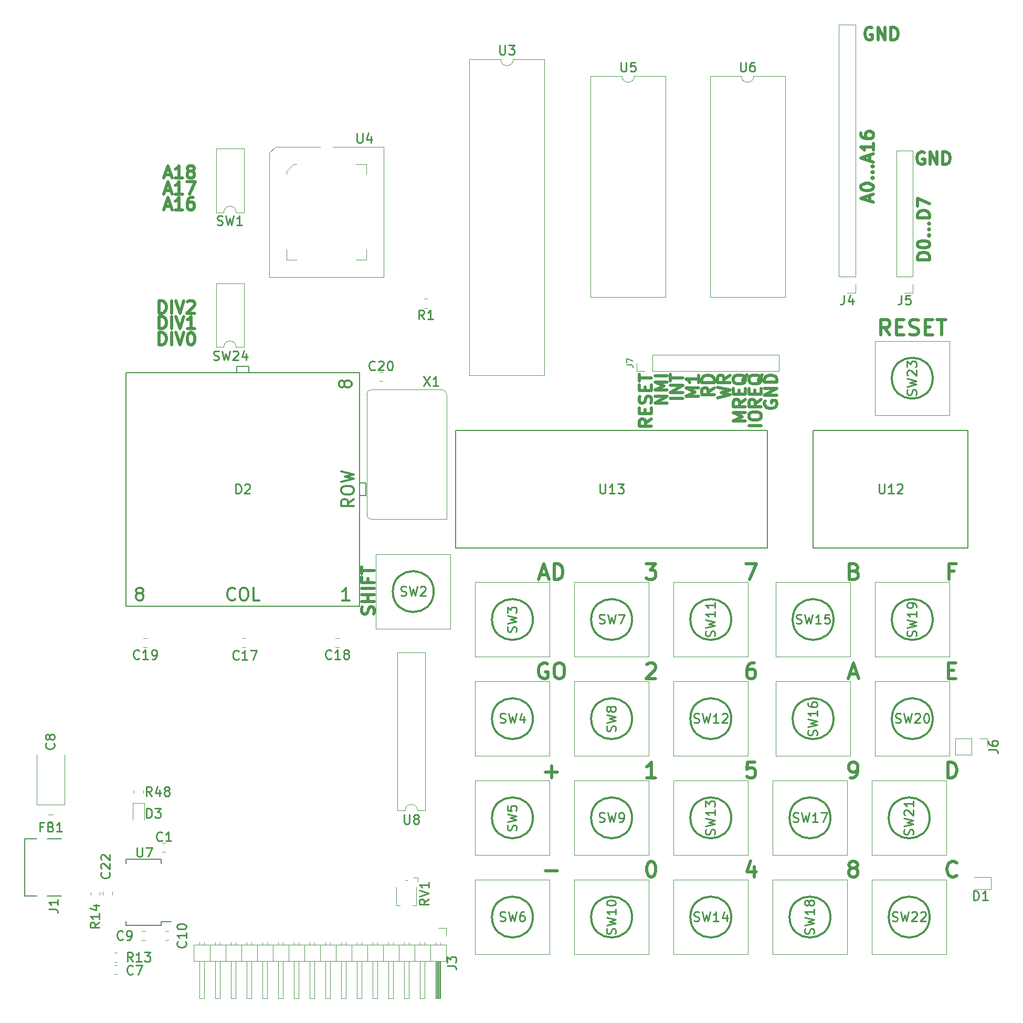
<source format=gbr>
G04 #@! TF.GenerationSoftware,KiCad,Pcbnew,5.1.7-a382d34a8~88~ubuntu20.04.1*
G04 #@! TF.CreationDate,2021-04-25T17:04:25-07:00*
G04 #@! TF.ProjectId,tec-1,7465632d-312e-46b6-9963-61645f706362,Apr2021*
G04 #@! TF.SameCoordinates,Original*
G04 #@! TF.FileFunction,Legend,Top*
G04 #@! TF.FilePolarity,Positive*
%FSLAX46Y46*%
G04 Gerber Fmt 4.6, Leading zero omitted, Abs format (unit mm)*
G04 Created by KiCad (PCBNEW 5.1.7-a382d34a8~88~ubuntu20.04.1) date 2021-04-25 17:04:25*
%MOMM*%
%LPD*%
G01*
G04 APERTURE LIST*
%ADD10C,0.500000*%
%ADD11C,0.120000*%
%ADD12C,0.300000*%
%ADD13C,0.100000*%
%ADD14C,0.200000*%
%ADD15C,0.150000*%
%ADD16C,0.250000*%
G04 APERTURE END LIST*
D10*
X119929761Y-89678571D02*
X118977380Y-90345238D01*
X119929761Y-90821428D02*
X117929761Y-90821428D01*
X117929761Y-90059523D01*
X118025000Y-89869047D01*
X118120238Y-89773809D01*
X118310714Y-89678571D01*
X118596428Y-89678571D01*
X118786904Y-89773809D01*
X118882142Y-89869047D01*
X118977380Y-90059523D01*
X118977380Y-90821428D01*
X118882142Y-88821428D02*
X118882142Y-88154761D01*
X119929761Y-87869047D02*
X119929761Y-88821428D01*
X117929761Y-88821428D01*
X117929761Y-87869047D01*
X119834523Y-87107142D02*
X119929761Y-86821428D01*
X119929761Y-86345238D01*
X119834523Y-86154761D01*
X119739285Y-86059523D01*
X119548809Y-85964285D01*
X119358333Y-85964285D01*
X119167857Y-86059523D01*
X119072619Y-86154761D01*
X118977380Y-86345238D01*
X118882142Y-86726190D01*
X118786904Y-86916666D01*
X118691666Y-87011904D01*
X118501190Y-87107142D01*
X118310714Y-87107142D01*
X118120238Y-87011904D01*
X118025000Y-86916666D01*
X117929761Y-86726190D01*
X117929761Y-86250000D01*
X118025000Y-85964285D01*
X118882142Y-85107142D02*
X118882142Y-84440476D01*
X119929761Y-84154761D02*
X119929761Y-85107142D01*
X117929761Y-85107142D01*
X117929761Y-84154761D01*
X117929761Y-83583333D02*
X117929761Y-82440476D01*
X119929761Y-83011904D02*
X117929761Y-83011904D01*
X122479761Y-87107142D02*
X120479761Y-87107142D01*
X122479761Y-85964285D01*
X120479761Y-85964285D01*
X122479761Y-85011904D02*
X120479761Y-85011904D01*
X121908333Y-84345238D01*
X120479761Y-83678571D01*
X122479761Y-83678571D01*
X122479761Y-82726190D02*
X120479761Y-82726190D01*
X125004761Y-86345238D02*
X123004761Y-86345238D01*
X125004761Y-85392857D02*
X123004761Y-85392857D01*
X125004761Y-84250000D01*
X123004761Y-84250000D01*
X123004761Y-83583333D02*
X123004761Y-82440476D01*
X125004761Y-83011904D02*
X123004761Y-83011904D01*
X127529761Y-85964285D02*
X125529761Y-85964285D01*
X126958333Y-85297619D01*
X125529761Y-84630952D01*
X127529761Y-84630952D01*
X127529761Y-82630952D02*
X127529761Y-83773809D01*
X127529761Y-83202380D02*
X125529761Y-83202380D01*
X125815476Y-83392857D01*
X126005952Y-83583333D01*
X126101190Y-83773809D01*
X130054761Y-84630952D02*
X129102380Y-85297619D01*
X130054761Y-85773809D02*
X128054761Y-85773809D01*
X128054761Y-85011904D01*
X128150000Y-84821428D01*
X128245238Y-84726190D01*
X128435714Y-84630952D01*
X128721428Y-84630952D01*
X128911904Y-84726190D01*
X129007142Y-84821428D01*
X129102380Y-85011904D01*
X129102380Y-85773809D01*
X130054761Y-83773809D02*
X128054761Y-83773809D01*
X128054761Y-83297619D01*
X128150000Y-83011904D01*
X128340476Y-82821428D01*
X128530952Y-82726190D01*
X128911904Y-82630952D01*
X129197619Y-82630952D01*
X129578571Y-82726190D01*
X129769047Y-82821428D01*
X129959523Y-83011904D01*
X130054761Y-83297619D01*
X130054761Y-83773809D01*
X135104761Y-89964285D02*
X133104761Y-89964285D01*
X134533333Y-89297619D01*
X133104761Y-88630952D01*
X135104761Y-88630952D01*
X135104761Y-86535714D02*
X134152380Y-87202380D01*
X135104761Y-87678571D02*
X133104761Y-87678571D01*
X133104761Y-86916666D01*
X133200000Y-86726190D01*
X133295238Y-86630952D01*
X133485714Y-86535714D01*
X133771428Y-86535714D01*
X133961904Y-86630952D01*
X134057142Y-86726190D01*
X134152380Y-86916666D01*
X134152380Y-87678571D01*
X134057142Y-85678571D02*
X134057142Y-85011904D01*
X135104761Y-84726190D02*
X135104761Y-85678571D01*
X133104761Y-85678571D01*
X133104761Y-84726190D01*
X135295238Y-82535714D02*
X135200000Y-82726190D01*
X135009523Y-82916666D01*
X134723809Y-83202380D01*
X134628571Y-83392857D01*
X134628571Y-83583333D01*
X135104761Y-83488095D02*
X135009523Y-83678571D01*
X134819047Y-83869047D01*
X134438095Y-83964285D01*
X133771428Y-83964285D01*
X133390476Y-83869047D01*
X133200000Y-83678571D01*
X133104761Y-83488095D01*
X133104761Y-83107142D01*
X133200000Y-82916666D01*
X133390476Y-82726190D01*
X133771428Y-82630952D01*
X134438095Y-82630952D01*
X134819047Y-82726190D01*
X135009523Y-82916666D01*
X135104761Y-83107142D01*
X135104761Y-83488095D01*
X130579761Y-86250000D02*
X132579761Y-85773809D01*
X131151190Y-85392857D01*
X132579761Y-85011904D01*
X130579761Y-84535714D01*
X132579761Y-82630952D02*
X131627380Y-83297619D01*
X132579761Y-83773809D02*
X130579761Y-83773809D01*
X130579761Y-83011904D01*
X130675000Y-82821428D01*
X130770238Y-82726190D01*
X130960714Y-82630952D01*
X131246428Y-82630952D01*
X131436904Y-82726190D01*
X131532142Y-82821428D01*
X131627380Y-83011904D01*
X131627380Y-83773809D01*
X137629761Y-90701190D02*
X135629761Y-90701190D01*
X135629761Y-89367857D02*
X135629761Y-88986904D01*
X135725000Y-88796428D01*
X135915476Y-88605952D01*
X136296428Y-88510714D01*
X136963095Y-88510714D01*
X137344047Y-88605952D01*
X137534523Y-88796428D01*
X137629761Y-88986904D01*
X137629761Y-89367857D01*
X137534523Y-89558333D01*
X137344047Y-89748809D01*
X136963095Y-89844047D01*
X136296428Y-89844047D01*
X135915476Y-89748809D01*
X135725000Y-89558333D01*
X135629761Y-89367857D01*
X137629761Y-86510714D02*
X136677380Y-87177380D01*
X137629761Y-87653571D02*
X135629761Y-87653571D01*
X135629761Y-86891666D01*
X135725000Y-86701190D01*
X135820238Y-86605952D01*
X136010714Y-86510714D01*
X136296428Y-86510714D01*
X136486904Y-86605952D01*
X136582142Y-86701190D01*
X136677380Y-86891666D01*
X136677380Y-87653571D01*
X136582142Y-85653571D02*
X136582142Y-84986904D01*
X137629761Y-84701190D02*
X137629761Y-85653571D01*
X135629761Y-85653571D01*
X135629761Y-84701190D01*
X137820238Y-82510714D02*
X137725000Y-82701190D01*
X137534523Y-82891666D01*
X137248809Y-83177380D01*
X137153571Y-83367857D01*
X137153571Y-83558333D01*
X137629761Y-83463095D02*
X137534523Y-83653571D01*
X137344047Y-83844047D01*
X136963095Y-83939285D01*
X136296428Y-83939285D01*
X135915476Y-83844047D01*
X135725000Y-83653571D01*
X135629761Y-83463095D01*
X135629761Y-83082142D01*
X135725000Y-82891666D01*
X135915476Y-82701190D01*
X136296428Y-82605952D01*
X136963095Y-82605952D01*
X137344047Y-82701190D01*
X137534523Y-82891666D01*
X137629761Y-83082142D01*
X137629761Y-83463095D01*
X138250000Y-86796428D02*
X138154761Y-86986904D01*
X138154761Y-87272619D01*
X138250000Y-87558333D01*
X138440476Y-87748809D01*
X138630952Y-87844047D01*
X139011904Y-87939285D01*
X139297619Y-87939285D01*
X139678571Y-87844047D01*
X139869047Y-87748809D01*
X140059523Y-87558333D01*
X140154761Y-87272619D01*
X140154761Y-87082142D01*
X140059523Y-86796428D01*
X139964285Y-86701190D01*
X139297619Y-86701190D01*
X139297619Y-87082142D01*
X140154761Y-85844047D02*
X138154761Y-85844047D01*
X140154761Y-84701190D01*
X138154761Y-84701190D01*
X140154761Y-83748809D02*
X138154761Y-83748809D01*
X138154761Y-83272619D01*
X138250000Y-82986904D01*
X138440476Y-82796428D01*
X138630952Y-82701190D01*
X139011904Y-82605952D01*
X139297619Y-82605952D01*
X139678571Y-82701190D01*
X139869047Y-82796428D01*
X140059523Y-82986904D01*
X140154761Y-83272619D01*
X140154761Y-83748809D01*
X167745238Y-147530952D02*
X167745238Y-145030952D01*
X168340476Y-145030952D01*
X168697619Y-145150000D01*
X168935714Y-145388095D01*
X169054761Y-145626190D01*
X169173809Y-146102380D01*
X169173809Y-146459523D01*
X169054761Y-146935714D01*
X168935714Y-147173809D01*
X168697619Y-147411904D01*
X168340476Y-147530952D01*
X167745238Y-147530952D01*
X169173809Y-163292857D02*
X169054761Y-163411904D01*
X168697619Y-163530952D01*
X168459523Y-163530952D01*
X168102380Y-163411904D01*
X167864285Y-163173809D01*
X167745238Y-162935714D01*
X167626190Y-162459523D01*
X167626190Y-162102380D01*
X167745238Y-161626190D01*
X167864285Y-161388095D01*
X168102380Y-161150000D01*
X168459523Y-161030952D01*
X168697619Y-161030952D01*
X169054761Y-161150000D01*
X169173809Y-161269047D01*
X167864285Y-130221428D02*
X168697619Y-130221428D01*
X169054761Y-131530952D02*
X167864285Y-131530952D01*
X167864285Y-129030952D01*
X169054761Y-129030952D01*
X168757142Y-114221428D02*
X167923809Y-114221428D01*
X167923809Y-115530952D02*
X167923809Y-113030952D01*
X169114285Y-113030952D01*
X152023809Y-147530952D02*
X152500000Y-147530952D01*
X152738095Y-147411904D01*
X152857142Y-147292857D01*
X153095238Y-146935714D01*
X153214285Y-146459523D01*
X153214285Y-145507142D01*
X153095238Y-145269047D01*
X152976190Y-145150000D01*
X152738095Y-145030952D01*
X152261904Y-145030952D01*
X152023809Y-145150000D01*
X151904761Y-145269047D01*
X151785714Y-145507142D01*
X151785714Y-146102380D01*
X151904761Y-146340476D01*
X152023809Y-146459523D01*
X152261904Y-146578571D01*
X152738095Y-146578571D01*
X152976190Y-146459523D01*
X153095238Y-146340476D01*
X153214285Y-146102380D01*
X152261904Y-162102380D02*
X152023809Y-161983333D01*
X151904761Y-161864285D01*
X151785714Y-161626190D01*
X151785714Y-161507142D01*
X151904761Y-161269047D01*
X152023809Y-161150000D01*
X152261904Y-161030952D01*
X152738095Y-161030952D01*
X152976190Y-161150000D01*
X153095238Y-161269047D01*
X153214285Y-161507142D01*
X153214285Y-161626190D01*
X153095238Y-161864285D01*
X152976190Y-161983333D01*
X152738095Y-162102380D01*
X152261904Y-162102380D01*
X152023809Y-162221428D01*
X151904761Y-162340476D01*
X151785714Y-162578571D01*
X151785714Y-163054761D01*
X151904761Y-163292857D01*
X152023809Y-163411904D01*
X152261904Y-163530952D01*
X152738095Y-163530952D01*
X152976190Y-163411904D01*
X153095238Y-163292857D01*
X153214285Y-163054761D01*
X153214285Y-162578571D01*
X153095238Y-162340476D01*
X152976190Y-162221428D01*
X152738095Y-162102380D01*
X151904761Y-130816666D02*
X153095238Y-130816666D01*
X151666666Y-131530952D02*
X152500000Y-129030952D01*
X153333333Y-131530952D01*
X152678571Y-114221428D02*
X153035714Y-114340476D01*
X153154761Y-114459523D01*
X153273809Y-114697619D01*
X153273809Y-115054761D01*
X153154761Y-115292857D01*
X153035714Y-115411904D01*
X152797619Y-115530952D01*
X151845238Y-115530952D01*
X151845238Y-113030952D01*
X152678571Y-113030952D01*
X152916666Y-113150000D01*
X153035714Y-113269047D01*
X153154761Y-113507142D01*
X153154761Y-113745238D01*
X153035714Y-113983333D01*
X152916666Y-114102380D01*
X152678571Y-114221428D01*
X151845238Y-114221428D01*
X136476190Y-129030952D02*
X136000000Y-129030952D01*
X135761904Y-129150000D01*
X135642857Y-129269047D01*
X135404761Y-129626190D01*
X135285714Y-130102380D01*
X135285714Y-131054761D01*
X135404761Y-131292857D01*
X135523809Y-131411904D01*
X135761904Y-131530952D01*
X136238095Y-131530952D01*
X136476190Y-131411904D01*
X136595238Y-131292857D01*
X136714285Y-131054761D01*
X136714285Y-130459523D01*
X136595238Y-130221428D01*
X136476190Y-130102380D01*
X136238095Y-129983333D01*
X135761904Y-129983333D01*
X135523809Y-130102380D01*
X135404761Y-130221428D01*
X135285714Y-130459523D01*
X136595238Y-145030952D02*
X135404761Y-145030952D01*
X135285714Y-146221428D01*
X135404761Y-146102380D01*
X135642857Y-145983333D01*
X136238095Y-145983333D01*
X136476190Y-146102380D01*
X136595238Y-146221428D01*
X136714285Y-146459523D01*
X136714285Y-147054761D01*
X136595238Y-147292857D01*
X136476190Y-147411904D01*
X136238095Y-147530952D01*
X135642857Y-147530952D01*
X135404761Y-147411904D01*
X135285714Y-147292857D01*
X136476190Y-161864285D02*
X136476190Y-163530952D01*
X135880952Y-160911904D02*
X135285714Y-162697619D01*
X136833333Y-162697619D01*
X135166666Y-113030952D02*
X136833333Y-113030952D01*
X135761904Y-115530952D01*
X119185714Y-129269047D02*
X119304761Y-129150000D01*
X119542857Y-129030952D01*
X120138095Y-129030952D01*
X120376190Y-129150000D01*
X120495238Y-129269047D01*
X120614285Y-129507142D01*
X120614285Y-129745238D01*
X120495238Y-130102380D01*
X119066666Y-131530952D01*
X120614285Y-131530952D01*
X119780952Y-161030952D02*
X120019047Y-161030952D01*
X120257142Y-161150000D01*
X120376190Y-161269047D01*
X120495238Y-161507142D01*
X120614285Y-161983333D01*
X120614285Y-162578571D01*
X120495238Y-163054761D01*
X120376190Y-163292857D01*
X120257142Y-163411904D01*
X120019047Y-163530952D01*
X119780952Y-163530952D01*
X119542857Y-163411904D01*
X119423809Y-163292857D01*
X119304761Y-163054761D01*
X119185714Y-162578571D01*
X119185714Y-161983333D01*
X119304761Y-161507142D01*
X119423809Y-161269047D01*
X119542857Y-161150000D01*
X119780952Y-161030952D01*
X120614285Y-147530952D02*
X119185714Y-147530952D01*
X119900000Y-147530952D02*
X119900000Y-145030952D01*
X119661904Y-145388095D01*
X119423809Y-145626190D01*
X119185714Y-145745238D01*
X119066666Y-113030952D02*
X120614285Y-113030952D01*
X119780952Y-113983333D01*
X120138095Y-113983333D01*
X120376190Y-114102380D01*
X120495238Y-114221428D01*
X120614285Y-114459523D01*
X120614285Y-115054761D01*
X120495238Y-115292857D01*
X120376190Y-115411904D01*
X120138095Y-115530952D01*
X119423809Y-115530952D01*
X119185714Y-115411904D01*
X119066666Y-115292857D01*
X102847619Y-162578571D02*
X104752380Y-162578571D01*
X102847619Y-146578571D02*
X104752380Y-146578571D01*
X103800000Y-147530952D02*
X103800000Y-145626190D01*
X103145238Y-129150000D02*
X102907142Y-129030952D01*
X102550000Y-129030952D01*
X102192857Y-129150000D01*
X101954761Y-129388095D01*
X101835714Y-129626190D01*
X101716666Y-130102380D01*
X101716666Y-130459523D01*
X101835714Y-130935714D01*
X101954761Y-131173809D01*
X102192857Y-131411904D01*
X102550000Y-131530952D01*
X102788095Y-131530952D01*
X103145238Y-131411904D01*
X103264285Y-131292857D01*
X103264285Y-130459523D01*
X102788095Y-130459523D01*
X104811904Y-129030952D02*
X105288095Y-129030952D01*
X105526190Y-129150000D01*
X105764285Y-129388095D01*
X105883333Y-129864285D01*
X105883333Y-130697619D01*
X105764285Y-131173809D01*
X105526190Y-131411904D01*
X105288095Y-131530952D01*
X104811904Y-131530952D01*
X104573809Y-131411904D01*
X104335714Y-131173809D01*
X104216666Y-130697619D01*
X104216666Y-129864285D01*
X104335714Y-129388095D01*
X104573809Y-129150000D01*
X104811904Y-129030952D01*
X101954761Y-114816666D02*
X103145238Y-114816666D01*
X101716666Y-115530952D02*
X102550000Y-113030952D01*
X103383333Y-115530952D01*
X104216666Y-115530952D02*
X104216666Y-113030952D01*
X104811904Y-113030952D01*
X105169047Y-113150000D01*
X105407142Y-113388095D01*
X105526190Y-113626190D01*
X105645238Y-114102380D01*
X105645238Y-114459523D01*
X105526190Y-114935714D01*
X105407142Y-115173809D01*
X105169047Y-115411904D01*
X104811904Y-115530952D01*
X104216666Y-115530952D01*
X75109523Y-121114285D02*
X75204761Y-120828571D01*
X75204761Y-120352380D01*
X75109523Y-120161904D01*
X75014285Y-120066666D01*
X74823809Y-119971428D01*
X74633333Y-119971428D01*
X74442857Y-120066666D01*
X74347619Y-120161904D01*
X74252380Y-120352380D01*
X74157142Y-120733333D01*
X74061904Y-120923809D01*
X73966666Y-121019047D01*
X73776190Y-121114285D01*
X73585714Y-121114285D01*
X73395238Y-121019047D01*
X73300000Y-120923809D01*
X73204761Y-120733333D01*
X73204761Y-120257142D01*
X73300000Y-119971428D01*
X75204761Y-119114285D02*
X73204761Y-119114285D01*
X74157142Y-119114285D02*
X74157142Y-117971428D01*
X75204761Y-117971428D02*
X73204761Y-117971428D01*
X75204761Y-117019047D02*
X73204761Y-117019047D01*
X74157142Y-115400000D02*
X74157142Y-116066666D01*
X75204761Y-116066666D02*
X73204761Y-116066666D01*
X73204761Y-115114285D01*
X73204761Y-114638095D02*
X73204761Y-113495238D01*
X75204761Y-114066666D02*
X73204761Y-114066666D01*
X158369047Y-76105952D02*
X157535714Y-74915476D01*
X156940476Y-76105952D02*
X156940476Y-73605952D01*
X157892857Y-73605952D01*
X158130952Y-73725000D01*
X158250000Y-73844047D01*
X158369047Y-74082142D01*
X158369047Y-74439285D01*
X158250000Y-74677380D01*
X158130952Y-74796428D01*
X157892857Y-74915476D01*
X156940476Y-74915476D01*
X159440476Y-74796428D02*
X160273809Y-74796428D01*
X160630952Y-76105952D02*
X159440476Y-76105952D01*
X159440476Y-73605952D01*
X160630952Y-73605952D01*
X161583333Y-75986904D02*
X161940476Y-76105952D01*
X162535714Y-76105952D01*
X162773809Y-75986904D01*
X162892857Y-75867857D01*
X163011904Y-75629761D01*
X163011904Y-75391666D01*
X162892857Y-75153571D01*
X162773809Y-75034523D01*
X162535714Y-74915476D01*
X162059523Y-74796428D01*
X161821428Y-74677380D01*
X161702380Y-74558333D01*
X161583333Y-74320238D01*
X161583333Y-74082142D01*
X161702380Y-73844047D01*
X161821428Y-73725000D01*
X162059523Y-73605952D01*
X162654761Y-73605952D01*
X163011904Y-73725000D01*
X164083333Y-74796428D02*
X164916666Y-74796428D01*
X165273809Y-76105952D02*
X164083333Y-76105952D01*
X164083333Y-73605952D01*
X165273809Y-73605952D01*
X165988095Y-73605952D02*
X167416666Y-73605952D01*
X166702380Y-76105952D02*
X166702380Y-73605952D01*
X40515476Y-77704761D02*
X40515476Y-75704761D01*
X40991666Y-75704761D01*
X41277380Y-75800000D01*
X41467857Y-75990476D01*
X41563095Y-76180952D01*
X41658333Y-76561904D01*
X41658333Y-76847619D01*
X41563095Y-77228571D01*
X41467857Y-77419047D01*
X41277380Y-77609523D01*
X40991666Y-77704761D01*
X40515476Y-77704761D01*
X42515476Y-77704761D02*
X42515476Y-75704761D01*
X43182142Y-75704761D02*
X43848809Y-77704761D01*
X44515476Y-75704761D01*
X45563095Y-75704761D02*
X45753571Y-75704761D01*
X45944047Y-75800000D01*
X46039285Y-75895238D01*
X46134523Y-76085714D01*
X46229761Y-76466666D01*
X46229761Y-76942857D01*
X46134523Y-77323809D01*
X46039285Y-77514285D01*
X45944047Y-77609523D01*
X45753571Y-77704761D01*
X45563095Y-77704761D01*
X45372619Y-77609523D01*
X45277380Y-77514285D01*
X45182142Y-77323809D01*
X45086904Y-76942857D01*
X45086904Y-76466666D01*
X45182142Y-76085714D01*
X45277380Y-75895238D01*
X45372619Y-75800000D01*
X45563095Y-75704761D01*
X40515476Y-75104761D02*
X40515476Y-73104761D01*
X40991666Y-73104761D01*
X41277380Y-73200000D01*
X41467857Y-73390476D01*
X41563095Y-73580952D01*
X41658333Y-73961904D01*
X41658333Y-74247619D01*
X41563095Y-74628571D01*
X41467857Y-74819047D01*
X41277380Y-75009523D01*
X40991666Y-75104761D01*
X40515476Y-75104761D01*
X42515476Y-75104761D02*
X42515476Y-73104761D01*
X43182142Y-73104761D02*
X43848809Y-75104761D01*
X44515476Y-73104761D01*
X46229761Y-75104761D02*
X45086904Y-75104761D01*
X45658333Y-75104761D02*
X45658333Y-73104761D01*
X45467857Y-73390476D01*
X45277380Y-73580952D01*
X45086904Y-73676190D01*
X40515476Y-72604761D02*
X40515476Y-70604761D01*
X40991666Y-70604761D01*
X41277380Y-70700000D01*
X41467857Y-70890476D01*
X41563095Y-71080952D01*
X41658333Y-71461904D01*
X41658333Y-71747619D01*
X41563095Y-72128571D01*
X41467857Y-72319047D01*
X41277380Y-72509523D01*
X40991666Y-72604761D01*
X40515476Y-72604761D01*
X42515476Y-72604761D02*
X42515476Y-70604761D01*
X43182142Y-70604761D02*
X43848809Y-72604761D01*
X44515476Y-70604761D01*
X45086904Y-70795238D02*
X45182142Y-70700000D01*
X45372619Y-70604761D01*
X45848809Y-70604761D01*
X46039285Y-70700000D01*
X46134523Y-70795238D01*
X46229761Y-70985714D01*
X46229761Y-71176190D01*
X46134523Y-71461904D01*
X44991666Y-72604761D01*
X46229761Y-72604761D01*
X41444047Y-50233333D02*
X42396428Y-50233333D01*
X41253571Y-50804761D02*
X41920238Y-48804761D01*
X42586904Y-50804761D01*
X44301190Y-50804761D02*
X43158333Y-50804761D01*
X43729761Y-50804761D02*
X43729761Y-48804761D01*
X43539285Y-49090476D01*
X43348809Y-49280952D01*
X43158333Y-49376190D01*
X45444047Y-49661904D02*
X45253571Y-49566666D01*
X45158333Y-49471428D01*
X45063095Y-49280952D01*
X45063095Y-49185714D01*
X45158333Y-48995238D01*
X45253571Y-48900000D01*
X45444047Y-48804761D01*
X45825000Y-48804761D01*
X46015476Y-48900000D01*
X46110714Y-48995238D01*
X46205952Y-49185714D01*
X46205952Y-49280952D01*
X46110714Y-49471428D01*
X46015476Y-49566666D01*
X45825000Y-49661904D01*
X45444047Y-49661904D01*
X45253571Y-49757142D01*
X45158333Y-49852380D01*
X45063095Y-50042857D01*
X45063095Y-50423809D01*
X45158333Y-50614285D01*
X45253571Y-50709523D01*
X45444047Y-50804761D01*
X45825000Y-50804761D01*
X46015476Y-50709523D01*
X46110714Y-50614285D01*
X46205952Y-50423809D01*
X46205952Y-50042857D01*
X46110714Y-49852380D01*
X46015476Y-49757142D01*
X45825000Y-49661904D01*
X41444047Y-52833333D02*
X42396428Y-52833333D01*
X41253571Y-53404761D02*
X41920238Y-51404761D01*
X42586904Y-53404761D01*
X44301190Y-53404761D02*
X43158333Y-53404761D01*
X43729761Y-53404761D02*
X43729761Y-51404761D01*
X43539285Y-51690476D01*
X43348809Y-51880952D01*
X43158333Y-51976190D01*
X44967857Y-51404761D02*
X46301190Y-51404761D01*
X45444047Y-53404761D01*
X41444047Y-55333333D02*
X42396428Y-55333333D01*
X41253571Y-55904761D02*
X41920238Y-53904761D01*
X42586904Y-55904761D01*
X44301190Y-55904761D02*
X43158333Y-55904761D01*
X43729761Y-55904761D02*
X43729761Y-53904761D01*
X43539285Y-54190476D01*
X43348809Y-54380952D01*
X43158333Y-54476190D01*
X46015476Y-53904761D02*
X45634523Y-53904761D01*
X45444047Y-54000000D01*
X45348809Y-54095238D01*
X45158333Y-54380952D01*
X45063095Y-54761904D01*
X45063095Y-55523809D01*
X45158333Y-55714285D01*
X45253571Y-55809523D01*
X45444047Y-55904761D01*
X45825000Y-55904761D01*
X46015476Y-55809523D01*
X46110714Y-55714285D01*
X46205952Y-55523809D01*
X46205952Y-55047619D01*
X46110714Y-54857142D01*
X46015476Y-54761904D01*
X45825000Y-54666666D01*
X45444047Y-54666666D01*
X45253571Y-54761904D01*
X45158333Y-54857142D01*
X45063095Y-55047619D01*
X164804761Y-63957142D02*
X162804761Y-63957142D01*
X162804761Y-63480952D01*
X162900000Y-63195238D01*
X163090476Y-63004761D01*
X163280952Y-62909523D01*
X163661904Y-62814285D01*
X163947619Y-62814285D01*
X164328571Y-62909523D01*
X164519047Y-63004761D01*
X164709523Y-63195238D01*
X164804761Y-63480952D01*
X164804761Y-63957142D01*
X162804761Y-61576190D02*
X162804761Y-61385714D01*
X162900000Y-61195238D01*
X162995238Y-61100000D01*
X163185714Y-61004761D01*
X163566666Y-60909523D01*
X164042857Y-60909523D01*
X164423809Y-61004761D01*
X164614285Y-61100000D01*
X164709523Y-61195238D01*
X164804761Y-61385714D01*
X164804761Y-61576190D01*
X164709523Y-61766666D01*
X164614285Y-61861904D01*
X164423809Y-61957142D01*
X164042857Y-62052380D01*
X163566666Y-62052380D01*
X163185714Y-61957142D01*
X162995238Y-61861904D01*
X162900000Y-61766666D01*
X162804761Y-61576190D01*
X164614285Y-60052380D02*
X164709523Y-59957142D01*
X164804761Y-60052380D01*
X164709523Y-60147619D01*
X164614285Y-60052380D01*
X164804761Y-60052380D01*
X164614285Y-59100000D02*
X164709523Y-59004761D01*
X164804761Y-59100000D01*
X164709523Y-59195238D01*
X164614285Y-59100000D01*
X164804761Y-59100000D01*
X164614285Y-58147619D02*
X164709523Y-58052380D01*
X164804761Y-58147619D01*
X164709523Y-58242857D01*
X164614285Y-58147619D01*
X164804761Y-58147619D01*
X164804761Y-57195238D02*
X162804761Y-57195238D01*
X162804761Y-56719047D01*
X162900000Y-56433333D01*
X163090476Y-56242857D01*
X163280952Y-56147619D01*
X163661904Y-56052380D01*
X163947619Y-56052380D01*
X164328571Y-56147619D01*
X164519047Y-56242857D01*
X164709523Y-56433333D01*
X164804761Y-56719047D01*
X164804761Y-57195238D01*
X162804761Y-55385714D02*
X162804761Y-54052380D01*
X164804761Y-54909523D01*
X155133333Y-54519047D02*
X155133333Y-53566666D01*
X155704761Y-54709523D02*
X153704761Y-54042857D01*
X155704761Y-53376190D01*
X153704761Y-52328571D02*
X153704761Y-52138095D01*
X153800000Y-51947619D01*
X153895238Y-51852380D01*
X154085714Y-51757142D01*
X154466666Y-51661904D01*
X154942857Y-51661904D01*
X155323809Y-51757142D01*
X155514285Y-51852380D01*
X155609523Y-51947619D01*
X155704761Y-52138095D01*
X155704761Y-52328571D01*
X155609523Y-52519047D01*
X155514285Y-52614285D01*
X155323809Y-52709523D01*
X154942857Y-52804761D01*
X154466666Y-52804761D01*
X154085714Y-52709523D01*
X153895238Y-52614285D01*
X153800000Y-52519047D01*
X153704761Y-52328571D01*
X155514285Y-50804761D02*
X155609523Y-50709523D01*
X155704761Y-50804761D01*
X155609523Y-50900000D01*
X155514285Y-50804761D01*
X155704761Y-50804761D01*
X155514285Y-49852380D02*
X155609523Y-49757142D01*
X155704761Y-49852380D01*
X155609523Y-49947619D01*
X155514285Y-49852380D01*
X155704761Y-49852380D01*
X155514285Y-48900000D02*
X155609523Y-48804761D01*
X155704761Y-48900000D01*
X155609523Y-48995238D01*
X155514285Y-48900000D01*
X155704761Y-48900000D01*
X155133333Y-48042857D02*
X155133333Y-47090476D01*
X155704761Y-48233333D02*
X153704761Y-47566666D01*
X155704761Y-46900000D01*
X155704761Y-45185714D02*
X155704761Y-46328571D01*
X155704761Y-45757142D02*
X153704761Y-45757142D01*
X153990476Y-45947619D01*
X154180952Y-46138095D01*
X154276190Y-46328571D01*
X153704761Y-43471428D02*
X153704761Y-43852380D01*
X153800000Y-44042857D01*
X153895238Y-44138095D01*
X154180952Y-44328571D01*
X154561904Y-44423809D01*
X155323809Y-44423809D01*
X155514285Y-44328571D01*
X155609523Y-44233333D01*
X155704761Y-44042857D01*
X155704761Y-43661904D01*
X155609523Y-43471428D01*
X155514285Y-43376190D01*
X155323809Y-43280952D01*
X154847619Y-43280952D01*
X154657142Y-43376190D01*
X154561904Y-43471428D01*
X154466666Y-43661904D01*
X154466666Y-44042857D01*
X154561904Y-44233333D01*
X154657142Y-44328571D01*
X154847619Y-44423809D01*
X155501190Y-26600000D02*
X155310714Y-26504761D01*
X155025000Y-26504761D01*
X154739285Y-26600000D01*
X154548809Y-26790476D01*
X154453571Y-26980952D01*
X154358333Y-27361904D01*
X154358333Y-27647619D01*
X154453571Y-28028571D01*
X154548809Y-28219047D01*
X154739285Y-28409523D01*
X155025000Y-28504761D01*
X155215476Y-28504761D01*
X155501190Y-28409523D01*
X155596428Y-28314285D01*
X155596428Y-27647619D01*
X155215476Y-27647619D01*
X156453571Y-28504761D02*
X156453571Y-26504761D01*
X157596428Y-28504761D01*
X157596428Y-26504761D01*
X158548809Y-28504761D02*
X158548809Y-26504761D01*
X159025000Y-26504761D01*
X159310714Y-26600000D01*
X159501190Y-26790476D01*
X159596428Y-26980952D01*
X159691666Y-27361904D01*
X159691666Y-27647619D01*
X159596428Y-28028571D01*
X159501190Y-28219047D01*
X159310714Y-28409523D01*
X159025000Y-28504761D01*
X158548809Y-28504761D01*
X163901190Y-46675000D02*
X163710714Y-46579761D01*
X163425000Y-46579761D01*
X163139285Y-46675000D01*
X162948809Y-46865476D01*
X162853571Y-47055952D01*
X162758333Y-47436904D01*
X162758333Y-47722619D01*
X162853571Y-48103571D01*
X162948809Y-48294047D01*
X163139285Y-48484523D01*
X163425000Y-48579761D01*
X163615476Y-48579761D01*
X163901190Y-48484523D01*
X163996428Y-48389285D01*
X163996428Y-47722619D01*
X163615476Y-47722619D01*
X164853571Y-48579761D02*
X164853571Y-46579761D01*
X165996428Y-48579761D01*
X165996428Y-46579761D01*
X166948809Y-48579761D02*
X166948809Y-46579761D01*
X167425000Y-46579761D01*
X167710714Y-46675000D01*
X167901190Y-46865476D01*
X167996428Y-47055952D01*
X168091666Y-47436904D01*
X168091666Y-47722619D01*
X167996428Y-48103571D01*
X167901190Y-48294047D01*
X167710714Y-48484523D01*
X167425000Y-48579761D01*
X166948809Y-48579761D01*
D11*
G04 #@! TO.C,J7*
X140490000Y-81955000D02*
X140490000Y-79295000D01*
X120110000Y-81955000D02*
X140490000Y-81955000D01*
X120110000Y-79295000D02*
X140490000Y-79295000D01*
X120110000Y-81955000D02*
X120110000Y-79295000D01*
X118840000Y-81955000D02*
X117510000Y-81955000D01*
X117510000Y-81955000D02*
X117510000Y-80625000D01*
G04 #@! TO.C,RV1*
X80600000Y-164100000D02*
X80200000Y-164100000D01*
X82000000Y-165200000D02*
X82000000Y-168100000D01*
X82000000Y-168100000D02*
X81400000Y-168100000D01*
X78800000Y-165200000D02*
X78800000Y-168100000D01*
X78800000Y-168100000D02*
X79400000Y-168100000D01*
X82200000Y-164300000D02*
X82200000Y-163600000D01*
X82200000Y-163600000D02*
X81500000Y-163600000D01*
G04 #@! TO.C,R48*
X37935000Y-150027064D02*
X37935000Y-149572936D01*
X36465000Y-150027064D02*
X36465000Y-149572936D01*
G04 #@! TO.C,D3*
X36240000Y-151615000D02*
X36240000Y-154300000D01*
X38160000Y-151615000D02*
X36240000Y-151615000D01*
X38160000Y-154300000D02*
X38160000Y-151615000D01*
G04 #@! TO.C,J6*
X168930000Y-141170000D02*
X168930000Y-143830000D01*
X171530000Y-141170000D02*
X168930000Y-141170000D01*
X171530000Y-143830000D02*
X168930000Y-143830000D01*
X171530000Y-141170000D02*
X171530000Y-143830000D01*
X172800000Y-141170000D02*
X174130000Y-141170000D01*
X174130000Y-141170000D02*
X174130000Y-142500000D01*
G04 #@! TO.C,C22*
X31465000Y-165938748D02*
X31465000Y-166461252D01*
X32935000Y-165938748D02*
X32935000Y-166461252D01*
G04 #@! TO.C,X1*
X86890000Y-105830000D02*
X86890000Y-85680000D01*
X86140000Y-84930000D02*
X74740000Y-84930000D01*
X73990000Y-85680000D02*
X73990000Y-105080000D01*
X74740000Y-105830000D02*
X86890000Y-105830000D01*
X73990000Y-105080000D02*
G75*
G03*
X74740000Y-105830000I750000J0D01*
G01*
X74740000Y-84930000D02*
G75*
G03*
X73990000Y-85680000I0J-750000D01*
G01*
X86890000Y-85680000D02*
G75*
G03*
X86140000Y-84930000I-750000J0D01*
G01*
G04 #@! TO.C,SW24*
X49690000Y-78080000D02*
X50940000Y-78080000D01*
X49690000Y-67800000D02*
X49690000Y-78080000D01*
X54190000Y-67800000D02*
X49690000Y-67800000D01*
X54190000Y-78080000D02*
X54190000Y-67800000D01*
X52940000Y-78080000D02*
X54190000Y-78080000D01*
X50940000Y-78080000D02*
G75*
G02*
X52940000Y-78080000I1000000J0D01*
G01*
G04 #@! TO.C,C20*
X76038748Y-83535000D02*
X76561252Y-83535000D01*
X76038748Y-82065000D02*
X76561252Y-82065000D01*
D12*
G04 #@! TO.C,SW23*
X165300000Y-83075000D02*
G75*
G03*
X165300000Y-83075000I-3300000J0D01*
G01*
D11*
X168000000Y-89075000D02*
X156000000Y-89075000D01*
X168000000Y-77075000D02*
X168000000Y-89075000D01*
X156000000Y-77075000D02*
X168000000Y-77075000D01*
X156000000Y-89075000D02*
X156000000Y-77075000D01*
G04 #@! TO.C,U4*
X76740000Y-66760000D02*
X76740000Y-45740000D01*
X58260000Y-66760000D02*
X58260000Y-46740000D01*
D13*
X73935000Y-63955000D02*
X73935000Y-62305000D01*
X72285000Y-63955000D02*
X73935000Y-63955000D01*
X61065000Y-63955000D02*
X61065000Y-62305000D01*
X62715000Y-63955000D02*
X61065000Y-63955000D01*
X73935000Y-48545000D02*
X73935000Y-50195000D01*
X72285000Y-48545000D02*
X73935000Y-48545000D01*
X61065000Y-49695000D02*
X61065000Y-50195000D01*
X62215000Y-48545000D02*
X61065000Y-49695000D01*
X62715000Y-48545000D02*
X62215000Y-48545000D01*
D11*
X76740000Y-45740000D02*
X68500000Y-45740000D01*
X58260000Y-66760000D02*
X76740000Y-66760000D01*
X59260000Y-45740000D02*
X58260000Y-46740000D01*
X66500000Y-45740000D02*
X59260000Y-45740000D01*
G04 #@! TO.C,C8*
X20740000Y-143850000D02*
X20740000Y-151910000D01*
X20740000Y-151910000D02*
X25260000Y-151910000D01*
X25260000Y-151910000D02*
X25260000Y-143850000D01*
G04 #@! TO.C,U8*
X82190000Y-152830000D02*
X83440000Y-152830000D01*
X83440000Y-152830000D02*
X83440000Y-127310000D01*
X83440000Y-127310000D02*
X78940000Y-127310000D01*
X78940000Y-127310000D02*
X78940000Y-152830000D01*
X78940000Y-152830000D02*
X80190000Y-152830000D01*
X80190000Y-152830000D02*
G75*
G02*
X82190000Y-152830000I1000000J0D01*
G01*
G04 #@! TO.C,J5*
X162080000Y-69330000D02*
X160750000Y-69330000D01*
X162080000Y-68000000D02*
X162080000Y-69330000D01*
X162080000Y-66730000D02*
X159420000Y-66730000D01*
X159420000Y-66730000D02*
X159420000Y-46350000D01*
X162080000Y-66730000D02*
X162080000Y-46350000D01*
X162080000Y-46350000D02*
X159420000Y-46350000D01*
G04 #@! TO.C,J4*
X152830000Y-69330000D02*
X151500000Y-69330000D01*
X152830000Y-68000000D02*
X152830000Y-69330000D01*
X152830000Y-66730000D02*
X150170000Y-66730000D01*
X150170000Y-66730000D02*
X150170000Y-26030000D01*
X152830000Y-66730000D02*
X152830000Y-26030000D01*
X152830000Y-26030000D02*
X150170000Y-26030000D01*
D14*
G04 #@! TO.C,U12*
X171000000Y-110500000D02*
X146000000Y-110500000D01*
X171000000Y-91500000D02*
X146000000Y-91500000D01*
X146000000Y-91500000D02*
X146000000Y-110500000D01*
X171000000Y-91500000D02*
X171000000Y-110500000D01*
G04 #@! TO.C,U13*
X138650000Y-110500000D02*
X88350000Y-110500000D01*
X138650000Y-91500000D02*
X88350000Y-91500000D01*
X88350000Y-91500000D02*
X88350000Y-110500000D01*
X138650000Y-91500000D02*
X138650000Y-110500000D01*
D15*
G04 #@! TO.C,U7*
X40875000Y-171325000D02*
X40875000Y-170750000D01*
X35125000Y-171325000D02*
X35125000Y-170675000D01*
X35125000Y-160675000D02*
X35125000Y-161325000D01*
X40875000Y-160675000D02*
X40875000Y-161325000D01*
X40875000Y-171325000D02*
X35125000Y-171325000D01*
X40875000Y-160675000D02*
X35125000Y-160675000D01*
X40875000Y-170750000D02*
X42475000Y-170750000D01*
D11*
G04 #@! TO.C,U6*
X134420000Y-34340000D02*
X129360000Y-34340000D01*
X129360000Y-34340000D02*
X129360000Y-70020000D01*
X129360000Y-70020000D02*
X141480000Y-70020000D01*
X141480000Y-70020000D02*
X141480000Y-34340000D01*
X141480000Y-34340000D02*
X136420000Y-34340000D01*
X136420000Y-34340000D02*
G75*
G02*
X134420000Y-34340000I-1000000J0D01*
G01*
G04 #@! TO.C,U5*
X115170000Y-34340000D02*
X110110000Y-34340000D01*
X110110000Y-34340000D02*
X110110000Y-70020000D01*
X110110000Y-70020000D02*
X122230000Y-70020000D01*
X122230000Y-70020000D02*
X122230000Y-34340000D01*
X122230000Y-34340000D02*
X117170000Y-34340000D01*
X117170000Y-34340000D02*
G75*
G02*
X115170000Y-34340000I-1000000J0D01*
G01*
G04 #@! TO.C,U3*
X95620000Y-31670000D02*
X90560000Y-31670000D01*
X90560000Y-31670000D02*
X90560000Y-82590000D01*
X90560000Y-82590000D02*
X102680000Y-82590000D01*
X102680000Y-82590000D02*
X102680000Y-31670000D01*
X102680000Y-31670000D02*
X97620000Y-31670000D01*
X97620000Y-31670000D02*
G75*
G02*
X95620000Y-31670000I-1000000J0D01*
G01*
D12*
G04 #@! TO.C,SW22*
X164800000Y-170000000D02*
G75*
G03*
X164800000Y-170000000I-3300000J0D01*
G01*
D11*
X167500000Y-164000000D02*
X167500000Y-176000000D01*
X155500000Y-164000000D02*
X167500000Y-164000000D01*
X155500000Y-176000000D02*
X155500000Y-164000000D01*
X167500000Y-176000000D02*
X155500000Y-176000000D01*
D12*
G04 #@! TO.C,SW21*
X164800000Y-154000000D02*
G75*
G03*
X164800000Y-154000000I-3300000J0D01*
G01*
D11*
X155500000Y-148000000D02*
X167500000Y-148000000D01*
X155500000Y-160000000D02*
X155500000Y-148000000D01*
X167500000Y-160000000D02*
X155500000Y-160000000D01*
X167500000Y-148000000D02*
X167500000Y-160000000D01*
D12*
G04 #@! TO.C,SW20*
X165300000Y-138000000D02*
G75*
G03*
X165300000Y-138000000I-3300000J0D01*
G01*
D11*
X168000000Y-132000000D02*
X168000000Y-144000000D01*
X156000000Y-132000000D02*
X168000000Y-132000000D01*
X156000000Y-144000000D02*
X156000000Y-132000000D01*
X168000000Y-144000000D02*
X156000000Y-144000000D01*
D12*
G04 #@! TO.C,SW19*
X165300000Y-122000000D02*
G75*
G03*
X165300000Y-122000000I-3300000J0D01*
G01*
D11*
X156000000Y-116000000D02*
X168000000Y-116000000D01*
X156000000Y-128000000D02*
X156000000Y-116000000D01*
X168000000Y-128000000D02*
X156000000Y-128000000D01*
X168000000Y-116000000D02*
X168000000Y-128000000D01*
D12*
G04 #@! TO.C,SW18*
X148800000Y-170000000D02*
G75*
G03*
X148800000Y-170000000I-3300000J0D01*
G01*
D11*
X139500000Y-164000000D02*
X151500000Y-164000000D01*
X139500000Y-176000000D02*
X139500000Y-164000000D01*
X151500000Y-176000000D02*
X139500000Y-176000000D01*
X151500000Y-164000000D02*
X151500000Y-176000000D01*
D12*
G04 #@! TO.C,SW17*
X148800000Y-154000000D02*
G75*
G03*
X148800000Y-154000000I-3300000J0D01*
G01*
D11*
X139500000Y-160000000D02*
X139500000Y-148000000D01*
X151500000Y-160000000D02*
X139500000Y-160000000D01*
X151500000Y-148000000D02*
X151500000Y-160000000D01*
X139500000Y-148000000D02*
X151500000Y-148000000D01*
D12*
G04 #@! TO.C,SW16*
X149300000Y-138000000D02*
G75*
G03*
X149300000Y-138000000I-3300000J0D01*
G01*
D11*
X140000000Y-132000000D02*
X152000000Y-132000000D01*
X140000000Y-144000000D02*
X140000000Y-132000000D01*
X152000000Y-144000000D02*
X140000000Y-144000000D01*
X152000000Y-132000000D02*
X152000000Y-144000000D01*
D12*
G04 #@! TO.C,SW15*
X149300000Y-122000000D02*
G75*
G03*
X149300000Y-122000000I-3300000J0D01*
G01*
D11*
X140000000Y-128000000D02*
X140000000Y-116000000D01*
X152000000Y-128000000D02*
X140000000Y-128000000D01*
X152000000Y-116000000D02*
X152000000Y-128000000D01*
X140000000Y-116000000D02*
X152000000Y-116000000D01*
D12*
G04 #@! TO.C,SW14*
X132800000Y-170000000D02*
G75*
G03*
X132800000Y-170000000I-3300000J0D01*
G01*
D11*
X123500000Y-176000000D02*
X123500000Y-164000000D01*
X135500000Y-176000000D02*
X123500000Y-176000000D01*
X135500000Y-164000000D02*
X135500000Y-176000000D01*
X123500000Y-164000000D02*
X135500000Y-164000000D01*
D12*
G04 #@! TO.C,SW13*
X132800000Y-154000000D02*
G75*
G03*
X132800000Y-154000000I-3300000J0D01*
G01*
D11*
X123500000Y-148000000D02*
X135500000Y-148000000D01*
X123500000Y-160000000D02*
X123500000Y-148000000D01*
X135500000Y-160000000D02*
X123500000Y-160000000D01*
X135500000Y-148000000D02*
X135500000Y-160000000D01*
D12*
G04 #@! TO.C,SW12*
X132800000Y-138000000D02*
G75*
G03*
X132800000Y-138000000I-3300000J0D01*
G01*
D11*
X123500000Y-144000000D02*
X123500000Y-132000000D01*
X135500000Y-144000000D02*
X123500000Y-144000000D01*
X135500000Y-132000000D02*
X135500000Y-144000000D01*
X123500000Y-132000000D02*
X135500000Y-132000000D01*
D12*
G04 #@! TO.C,SW11*
X132800000Y-122000000D02*
G75*
G03*
X132800000Y-122000000I-3300000J0D01*
G01*
D11*
X123500000Y-116000000D02*
X135500000Y-116000000D01*
X123500000Y-128000000D02*
X123500000Y-116000000D01*
X135500000Y-128000000D02*
X123500000Y-128000000D01*
X135500000Y-116000000D02*
X135500000Y-128000000D01*
D12*
G04 #@! TO.C,SW10*
X116800000Y-170000000D02*
G75*
G03*
X116800000Y-170000000I-3300000J0D01*
G01*
D11*
X107500000Y-164000000D02*
X119500000Y-164000000D01*
X107500000Y-176000000D02*
X107500000Y-164000000D01*
X119500000Y-176000000D02*
X107500000Y-176000000D01*
X119500000Y-164000000D02*
X119500000Y-176000000D01*
D12*
G04 #@! TO.C,SW9*
X116800000Y-154000000D02*
G75*
G03*
X116800000Y-154000000I-3300000J0D01*
G01*
D11*
X107500000Y-160000000D02*
X107500000Y-148000000D01*
X119500000Y-160000000D02*
X107500000Y-160000000D01*
X119500000Y-148000000D02*
X119500000Y-160000000D01*
X107500000Y-148000000D02*
X119500000Y-148000000D01*
D12*
G04 #@! TO.C,SW8*
X116800000Y-138000000D02*
G75*
G03*
X116800000Y-138000000I-3300000J0D01*
G01*
D11*
X107500000Y-132000000D02*
X119500000Y-132000000D01*
X107500000Y-144000000D02*
X107500000Y-132000000D01*
X119500000Y-144000000D02*
X107500000Y-144000000D01*
X119500000Y-132000000D02*
X119500000Y-144000000D01*
D12*
G04 #@! TO.C,SW7*
X116800000Y-122000000D02*
G75*
G03*
X116800000Y-122000000I-3300000J0D01*
G01*
D11*
X107500000Y-128000000D02*
X107500000Y-116000000D01*
X119500000Y-128000000D02*
X107500000Y-128000000D01*
X119500000Y-116000000D02*
X119500000Y-128000000D01*
X107500000Y-116000000D02*
X119500000Y-116000000D01*
D12*
G04 #@! TO.C,SW6*
X100800000Y-170000000D02*
G75*
G03*
X100800000Y-170000000I-3300000J0D01*
G01*
D11*
X91500000Y-176000000D02*
X91500000Y-164000000D01*
X103500000Y-176000000D02*
X91500000Y-176000000D01*
X103500000Y-164000000D02*
X103500000Y-176000000D01*
X91500000Y-164000000D02*
X103500000Y-164000000D01*
D12*
G04 #@! TO.C,SW5*
X100800000Y-154000000D02*
G75*
G03*
X100800000Y-154000000I-3300000J0D01*
G01*
D11*
X91500000Y-148000000D02*
X103500000Y-148000000D01*
X91500000Y-160000000D02*
X91500000Y-148000000D01*
X103500000Y-160000000D02*
X91500000Y-160000000D01*
X103500000Y-148000000D02*
X103500000Y-160000000D01*
D12*
G04 #@! TO.C,SW4*
X100800000Y-138000000D02*
G75*
G03*
X100800000Y-138000000I-3300000J0D01*
G01*
D11*
X91500000Y-144000000D02*
X91500000Y-132000000D01*
X103500000Y-144000000D02*
X91500000Y-144000000D01*
X103500000Y-132000000D02*
X103500000Y-144000000D01*
X91500000Y-132000000D02*
X103500000Y-132000000D01*
D12*
G04 #@! TO.C,SW3*
X100800000Y-122000000D02*
G75*
G03*
X100800000Y-122000000I-3300000J0D01*
G01*
D11*
X91500000Y-116000000D02*
X103500000Y-116000000D01*
X91500000Y-128000000D02*
X91500000Y-116000000D01*
X103500000Y-128000000D02*
X91500000Y-128000000D01*
X103500000Y-116000000D02*
X103500000Y-128000000D01*
D12*
G04 #@! TO.C,SW2*
X84800000Y-117500000D02*
G75*
G03*
X84800000Y-117500000I-3300000J0D01*
G01*
D11*
X75500000Y-123500000D02*
X75500000Y-111500000D01*
X87500000Y-123500000D02*
X75500000Y-123500000D01*
X87500000Y-111500000D02*
X87500000Y-123500000D01*
X75500000Y-111500000D02*
X87500000Y-111500000D01*
G04 #@! TO.C,SW1*
X52940000Y-56330000D02*
X54190000Y-56330000D01*
X54190000Y-56330000D02*
X54190000Y-46050000D01*
X54190000Y-46050000D02*
X49690000Y-46050000D01*
X49690000Y-46050000D02*
X49690000Y-56330000D01*
X49690000Y-56330000D02*
X50940000Y-56330000D01*
X50940000Y-56330000D02*
G75*
G02*
X52940000Y-56330000I1000000J0D01*
G01*
G04 #@! TO.C,R14*
X29465000Y-166427064D02*
X29465000Y-165972936D01*
X30935000Y-166427064D02*
X30935000Y-165972936D01*
G04 #@! TO.C,R13*
X33272936Y-175765000D02*
X33727064Y-175765000D01*
X33272936Y-177235000D02*
X33727064Y-177235000D01*
G04 #@! TO.C,R1*
X83727064Y-71735000D02*
X83272936Y-71735000D01*
X83727064Y-70265000D02*
X83272936Y-70265000D01*
G04 #@! TO.C,J3*
X86770000Y-171730000D02*
X86770000Y-173000000D01*
X85500000Y-171730000D02*
X86770000Y-171730000D01*
X47020000Y-174042929D02*
X47020000Y-174440000D01*
X47780000Y-174042929D02*
X47780000Y-174440000D01*
X47020000Y-183100000D02*
X47020000Y-177100000D01*
X47780000Y-183100000D02*
X47020000Y-183100000D01*
X47780000Y-177100000D02*
X47780000Y-183100000D01*
X48670000Y-174440000D02*
X48670000Y-177100000D01*
X49560000Y-174042929D02*
X49560000Y-174440000D01*
X50320000Y-174042929D02*
X50320000Y-174440000D01*
X49560000Y-183100000D02*
X49560000Y-177100000D01*
X50320000Y-183100000D02*
X49560000Y-183100000D01*
X50320000Y-177100000D02*
X50320000Y-183100000D01*
X51210000Y-174440000D02*
X51210000Y-177100000D01*
X52100000Y-174042929D02*
X52100000Y-174440000D01*
X52860000Y-174042929D02*
X52860000Y-174440000D01*
X52100000Y-183100000D02*
X52100000Y-177100000D01*
X52860000Y-183100000D02*
X52100000Y-183100000D01*
X52860000Y-177100000D02*
X52860000Y-183100000D01*
X53750000Y-174440000D02*
X53750000Y-177100000D01*
X54640000Y-174042929D02*
X54640000Y-174440000D01*
X55400000Y-174042929D02*
X55400000Y-174440000D01*
X54640000Y-183100000D02*
X54640000Y-177100000D01*
X55400000Y-183100000D02*
X54640000Y-183100000D01*
X55400000Y-177100000D02*
X55400000Y-183100000D01*
X56290000Y-174440000D02*
X56290000Y-177100000D01*
X57180000Y-174042929D02*
X57180000Y-174440000D01*
X57940000Y-174042929D02*
X57940000Y-174440000D01*
X57180000Y-183100000D02*
X57180000Y-177100000D01*
X57940000Y-183100000D02*
X57180000Y-183100000D01*
X57940000Y-177100000D02*
X57940000Y-183100000D01*
X58830000Y-174440000D02*
X58830000Y-177100000D01*
X59720000Y-174042929D02*
X59720000Y-174440000D01*
X60480000Y-174042929D02*
X60480000Y-174440000D01*
X59720000Y-183100000D02*
X59720000Y-177100000D01*
X60480000Y-183100000D02*
X59720000Y-183100000D01*
X60480000Y-177100000D02*
X60480000Y-183100000D01*
X61370000Y-174440000D02*
X61370000Y-177100000D01*
X62260000Y-174042929D02*
X62260000Y-174440000D01*
X63020000Y-174042929D02*
X63020000Y-174440000D01*
X62260000Y-183100000D02*
X62260000Y-177100000D01*
X63020000Y-183100000D02*
X62260000Y-183100000D01*
X63020000Y-177100000D02*
X63020000Y-183100000D01*
X63910000Y-174440000D02*
X63910000Y-177100000D01*
X64800000Y-174042929D02*
X64800000Y-174440000D01*
X65560000Y-174042929D02*
X65560000Y-174440000D01*
X64800000Y-183100000D02*
X64800000Y-177100000D01*
X65560000Y-183100000D02*
X64800000Y-183100000D01*
X65560000Y-177100000D02*
X65560000Y-183100000D01*
X66450000Y-174440000D02*
X66450000Y-177100000D01*
X67340000Y-174042929D02*
X67340000Y-174440000D01*
X68100000Y-174042929D02*
X68100000Y-174440000D01*
X67340000Y-183100000D02*
X67340000Y-177100000D01*
X68100000Y-183100000D02*
X67340000Y-183100000D01*
X68100000Y-177100000D02*
X68100000Y-183100000D01*
X68990000Y-174440000D02*
X68990000Y-177100000D01*
X69880000Y-174042929D02*
X69880000Y-174440000D01*
X70640000Y-174042929D02*
X70640000Y-174440000D01*
X69880000Y-183100000D02*
X69880000Y-177100000D01*
X70640000Y-183100000D02*
X69880000Y-183100000D01*
X70640000Y-177100000D02*
X70640000Y-183100000D01*
X71530000Y-174440000D02*
X71530000Y-177100000D01*
X72420000Y-174042929D02*
X72420000Y-174440000D01*
X73180000Y-174042929D02*
X73180000Y-174440000D01*
X72420000Y-183100000D02*
X72420000Y-177100000D01*
X73180000Y-183100000D02*
X72420000Y-183100000D01*
X73180000Y-177100000D02*
X73180000Y-183100000D01*
X74070000Y-174440000D02*
X74070000Y-177100000D01*
X74960000Y-174042929D02*
X74960000Y-174440000D01*
X75720000Y-174042929D02*
X75720000Y-174440000D01*
X74960000Y-183100000D02*
X74960000Y-177100000D01*
X75720000Y-183100000D02*
X74960000Y-183100000D01*
X75720000Y-177100000D02*
X75720000Y-183100000D01*
X76610000Y-174440000D02*
X76610000Y-177100000D01*
X77500000Y-174042929D02*
X77500000Y-174440000D01*
X78260000Y-174042929D02*
X78260000Y-174440000D01*
X77500000Y-183100000D02*
X77500000Y-177100000D01*
X78260000Y-183100000D02*
X77500000Y-183100000D01*
X78260000Y-177100000D02*
X78260000Y-183100000D01*
X79150000Y-174440000D02*
X79150000Y-177100000D01*
X80040000Y-174042929D02*
X80040000Y-174440000D01*
X80800000Y-174042929D02*
X80800000Y-174440000D01*
X80040000Y-183100000D02*
X80040000Y-177100000D01*
X80800000Y-183100000D02*
X80040000Y-183100000D01*
X80800000Y-177100000D02*
X80800000Y-183100000D01*
X81690000Y-174440000D02*
X81690000Y-177100000D01*
X82580000Y-174042929D02*
X82580000Y-174440000D01*
X83340000Y-174042929D02*
X83340000Y-174440000D01*
X82580000Y-183100000D02*
X82580000Y-177100000D01*
X83340000Y-183100000D02*
X82580000Y-183100000D01*
X83340000Y-177100000D02*
X83340000Y-183100000D01*
X84230000Y-174440000D02*
X84230000Y-177100000D01*
X85120000Y-174110000D02*
X85120000Y-174440000D01*
X85880000Y-174110000D02*
X85880000Y-174440000D01*
X85220000Y-177100000D02*
X85220000Y-183100000D01*
X85340000Y-177100000D02*
X85340000Y-183100000D01*
X85460000Y-177100000D02*
X85460000Y-183100000D01*
X85580000Y-177100000D02*
X85580000Y-183100000D01*
X85700000Y-177100000D02*
X85700000Y-183100000D01*
X85820000Y-177100000D02*
X85820000Y-183100000D01*
X85120000Y-183100000D02*
X85120000Y-177100000D01*
X85880000Y-183100000D02*
X85120000Y-183100000D01*
X85880000Y-177100000D02*
X85880000Y-183100000D01*
X86830000Y-177100000D02*
X86830000Y-174440000D01*
X46070000Y-177100000D02*
X86830000Y-177100000D01*
X46070000Y-174440000D02*
X46070000Y-177100000D01*
X86830000Y-174440000D02*
X46070000Y-174440000D01*
D15*
G04 #@! TO.C,J1*
X18850000Y-166600000D02*
X18850000Y-157400000D01*
X18850000Y-157400000D02*
X20800000Y-157400000D01*
X22450000Y-157400000D02*
X24750000Y-157400000D01*
X18850000Y-166600000D02*
X20800000Y-166600000D01*
X22450000Y-166600000D02*
X24750000Y-166600000D01*
D11*
G04 #@! TO.C,FB1*
X23399622Y-154560000D02*
X22600378Y-154560000D01*
X23399622Y-153440000D02*
X22600378Y-153440000D01*
D14*
G04 #@! TO.C,D2*
X35150000Y-82150000D02*
X72850000Y-82150000D01*
X35150000Y-119850000D02*
X72850000Y-119850000D01*
X35150000Y-119850000D02*
X35150000Y-82150000D01*
X72850000Y-119850000D02*
X72850000Y-82150000D01*
X53000000Y-82150000D02*
X53000000Y-81150000D01*
X53000000Y-81150000D02*
X55000000Y-81150000D01*
X55000000Y-81150000D02*
X55000000Y-82150000D01*
X72850000Y-102000000D02*
X73850000Y-102000000D01*
X73850000Y-102000000D02*
X73850000Y-100000000D01*
X73850000Y-100000000D02*
X72850000Y-100000000D01*
D11*
G04 #@! TO.C,D1*
X172000000Y-165460000D02*
X174685000Y-165460000D01*
X174685000Y-165460000D02*
X174685000Y-163540000D01*
X174685000Y-163540000D02*
X172000000Y-163540000D01*
G04 #@! TO.C,C19*
X38511252Y-126485000D02*
X37988748Y-126485000D01*
X38511252Y-125015000D02*
X37988748Y-125015000D01*
G04 #@! TO.C,C18*
X69511252Y-126485000D02*
X68988748Y-126485000D01*
X69511252Y-125015000D02*
X68988748Y-125015000D01*
G04 #@! TO.C,C17*
X54511252Y-126485000D02*
X53988748Y-126485000D01*
X54511252Y-125015000D02*
X53988748Y-125015000D01*
G04 #@! TO.C,C10*
X41488748Y-172265000D02*
X42011252Y-172265000D01*
X41488748Y-173735000D02*
X42011252Y-173735000D01*
G04 #@! TO.C,C9*
X38261252Y-173735000D02*
X37738748Y-173735000D01*
X38261252Y-172265000D02*
X37738748Y-172265000D01*
G04 #@! TO.C,C7*
X33761252Y-179235000D02*
X33238748Y-179235000D01*
X33761252Y-177765000D02*
X33238748Y-177765000D01*
G04 #@! TO.C,C1*
X40988748Y-158015000D02*
X41511252Y-158015000D01*
X40988748Y-159485000D02*
X41511252Y-159485000D01*
G04 #@! TO.C,J7*
D15*
X115962380Y-80958333D02*
X116676666Y-80958333D01*
X116819523Y-81005952D01*
X116914761Y-81101190D01*
X116962380Y-81244047D01*
X116962380Y-81339285D01*
X115962380Y-80577380D02*
X115962380Y-79910714D01*
X116962380Y-80339285D01*
G04 #@! TO.C,RV1*
D16*
X83978571Y-167092857D02*
X83264285Y-167592857D01*
X83978571Y-167950000D02*
X82478571Y-167950000D01*
X82478571Y-167378571D01*
X82550000Y-167235714D01*
X82621428Y-167164285D01*
X82764285Y-167092857D01*
X82978571Y-167092857D01*
X83121428Y-167164285D01*
X83192857Y-167235714D01*
X83264285Y-167378571D01*
X83264285Y-167950000D01*
X82478571Y-166664285D02*
X83978571Y-166164285D01*
X82478571Y-165664285D01*
X83978571Y-164378571D02*
X83978571Y-165235714D01*
X83978571Y-164807142D02*
X82478571Y-164807142D01*
X82692857Y-164950000D01*
X82835714Y-165092857D01*
X82907142Y-165235714D01*
G04 #@! TO.C,R48*
X39335714Y-150478571D02*
X38835714Y-149764285D01*
X38478571Y-150478571D02*
X38478571Y-148978571D01*
X39050000Y-148978571D01*
X39192857Y-149050000D01*
X39264285Y-149121428D01*
X39335714Y-149264285D01*
X39335714Y-149478571D01*
X39264285Y-149621428D01*
X39192857Y-149692857D01*
X39050000Y-149764285D01*
X38478571Y-149764285D01*
X40621428Y-149478571D02*
X40621428Y-150478571D01*
X40264285Y-148907142D02*
X39907142Y-149978571D01*
X40835714Y-149978571D01*
X41621428Y-149621428D02*
X41478571Y-149550000D01*
X41407142Y-149478571D01*
X41335714Y-149335714D01*
X41335714Y-149264285D01*
X41407142Y-149121428D01*
X41478571Y-149050000D01*
X41621428Y-148978571D01*
X41907142Y-148978571D01*
X42050000Y-149050000D01*
X42121428Y-149121428D01*
X42192857Y-149264285D01*
X42192857Y-149335714D01*
X42121428Y-149478571D01*
X42050000Y-149550000D01*
X41907142Y-149621428D01*
X41621428Y-149621428D01*
X41478571Y-149692857D01*
X41407142Y-149764285D01*
X41335714Y-149907142D01*
X41335714Y-150192857D01*
X41407142Y-150335714D01*
X41478571Y-150407142D01*
X41621428Y-150478571D01*
X41907142Y-150478571D01*
X42050000Y-150407142D01*
X42121428Y-150335714D01*
X42192857Y-150192857D01*
X42192857Y-149907142D01*
X42121428Y-149764285D01*
X42050000Y-149692857D01*
X41907142Y-149621428D01*
G04 #@! TO.C,D3*
X38492857Y-153978571D02*
X38492857Y-152478571D01*
X38850000Y-152478571D01*
X39064285Y-152550000D01*
X39207142Y-152692857D01*
X39278571Y-152835714D01*
X39350000Y-153121428D01*
X39350000Y-153335714D01*
X39278571Y-153621428D01*
X39207142Y-153764285D01*
X39064285Y-153907142D01*
X38850000Y-153978571D01*
X38492857Y-153978571D01*
X39850000Y-152478571D02*
X40778571Y-152478571D01*
X40278571Y-153050000D01*
X40492857Y-153050000D01*
X40635714Y-153121428D01*
X40707142Y-153192857D01*
X40778571Y-153335714D01*
X40778571Y-153692857D01*
X40707142Y-153835714D01*
X40635714Y-153907142D01*
X40492857Y-153978571D01*
X40064285Y-153978571D01*
X39921428Y-153907142D01*
X39850000Y-153835714D01*
G04 #@! TO.C,J6*
X174308571Y-143000000D02*
X175380000Y-143000000D01*
X175594285Y-143071428D01*
X175737142Y-143214285D01*
X175808571Y-143428571D01*
X175808571Y-143571428D01*
X174308571Y-141642857D02*
X174308571Y-141928571D01*
X174380000Y-142071428D01*
X174451428Y-142142857D01*
X174665714Y-142285714D01*
X174951428Y-142357142D01*
X175522857Y-142357142D01*
X175665714Y-142285714D01*
X175737142Y-142214285D01*
X175808571Y-142071428D01*
X175808571Y-141785714D01*
X175737142Y-141642857D01*
X175665714Y-141571428D01*
X175522857Y-141500000D01*
X175165714Y-141500000D01*
X175022857Y-141571428D01*
X174951428Y-141642857D01*
X174880000Y-141785714D01*
X174880000Y-142071428D01*
X174951428Y-142214285D01*
X175022857Y-142285714D01*
X175165714Y-142357142D01*
G04 #@! TO.C,C22*
X32435714Y-162764285D02*
X32507142Y-162835714D01*
X32578571Y-163050000D01*
X32578571Y-163192857D01*
X32507142Y-163407142D01*
X32364285Y-163550000D01*
X32221428Y-163621428D01*
X31935714Y-163692857D01*
X31721428Y-163692857D01*
X31435714Y-163621428D01*
X31292857Y-163550000D01*
X31150000Y-163407142D01*
X31078571Y-163192857D01*
X31078571Y-163050000D01*
X31150000Y-162835714D01*
X31221428Y-162764285D01*
X31221428Y-162192857D02*
X31150000Y-162121428D01*
X31078571Y-161978571D01*
X31078571Y-161621428D01*
X31150000Y-161478571D01*
X31221428Y-161407142D01*
X31364285Y-161335714D01*
X31507142Y-161335714D01*
X31721428Y-161407142D01*
X32578571Y-162264285D01*
X32578571Y-161335714D01*
X31221428Y-160764285D02*
X31150000Y-160692857D01*
X31078571Y-160550000D01*
X31078571Y-160192857D01*
X31150000Y-160050000D01*
X31221428Y-159978571D01*
X31364285Y-159907142D01*
X31507142Y-159907142D01*
X31721428Y-159978571D01*
X32578571Y-160835714D01*
X32578571Y-159907142D01*
G04 #@! TO.C,X1*
X83185714Y-82778571D02*
X84185714Y-84278571D01*
X84185714Y-82778571D02*
X83185714Y-84278571D01*
X85542857Y-84278571D02*
X84685714Y-84278571D01*
X85114285Y-84278571D02*
X85114285Y-82778571D01*
X84971428Y-82992857D01*
X84828571Y-83135714D01*
X84685714Y-83207142D01*
G04 #@! TO.C,SW24*
X49285714Y-80107142D02*
X49500000Y-80178571D01*
X49857142Y-80178571D01*
X50000000Y-80107142D01*
X50071428Y-80035714D01*
X50142857Y-79892857D01*
X50142857Y-79750000D01*
X50071428Y-79607142D01*
X50000000Y-79535714D01*
X49857142Y-79464285D01*
X49571428Y-79392857D01*
X49428571Y-79321428D01*
X49357142Y-79250000D01*
X49285714Y-79107142D01*
X49285714Y-78964285D01*
X49357142Y-78821428D01*
X49428571Y-78750000D01*
X49571428Y-78678571D01*
X49928571Y-78678571D01*
X50142857Y-78750000D01*
X50642857Y-78678571D02*
X51000000Y-80178571D01*
X51285714Y-79107142D01*
X51571428Y-80178571D01*
X51928571Y-78678571D01*
X52428571Y-78821428D02*
X52500000Y-78750000D01*
X52642857Y-78678571D01*
X53000000Y-78678571D01*
X53142857Y-78750000D01*
X53214285Y-78821428D01*
X53285714Y-78964285D01*
X53285714Y-79107142D01*
X53214285Y-79321428D01*
X52357142Y-80178571D01*
X53285714Y-80178571D01*
X54571428Y-79178571D02*
X54571428Y-80178571D01*
X54214285Y-78607142D02*
X53857142Y-79678571D01*
X54785714Y-79678571D01*
G04 #@! TO.C,C20*
X75335714Y-81655714D02*
X75264285Y-81727142D01*
X75050000Y-81798571D01*
X74907142Y-81798571D01*
X74692857Y-81727142D01*
X74550000Y-81584285D01*
X74478571Y-81441428D01*
X74407142Y-81155714D01*
X74407142Y-80941428D01*
X74478571Y-80655714D01*
X74550000Y-80512857D01*
X74692857Y-80370000D01*
X74907142Y-80298571D01*
X75050000Y-80298571D01*
X75264285Y-80370000D01*
X75335714Y-80441428D01*
X75907142Y-80441428D02*
X75978571Y-80370000D01*
X76121428Y-80298571D01*
X76478571Y-80298571D01*
X76621428Y-80370000D01*
X76692857Y-80441428D01*
X76764285Y-80584285D01*
X76764285Y-80727142D01*
X76692857Y-80941428D01*
X75835714Y-81798571D01*
X76764285Y-81798571D01*
X77692857Y-80298571D02*
X77835714Y-80298571D01*
X77978571Y-80370000D01*
X78050000Y-80441428D01*
X78121428Y-80584285D01*
X78192857Y-80870000D01*
X78192857Y-81227142D01*
X78121428Y-81512857D01*
X78050000Y-81655714D01*
X77978571Y-81727142D01*
X77835714Y-81798571D01*
X77692857Y-81798571D01*
X77550000Y-81727142D01*
X77478571Y-81655714D01*
X77407142Y-81512857D01*
X77335714Y-81227142D01*
X77335714Y-80870000D01*
X77407142Y-80584285D01*
X77478571Y-80441428D01*
X77550000Y-80370000D01*
X77692857Y-80298571D01*
G04 #@! TO.C,SW23*
X162607142Y-85789285D02*
X162678571Y-85575000D01*
X162678571Y-85217857D01*
X162607142Y-85075000D01*
X162535714Y-85003571D01*
X162392857Y-84932142D01*
X162250000Y-84932142D01*
X162107142Y-85003571D01*
X162035714Y-85075000D01*
X161964285Y-85217857D01*
X161892857Y-85503571D01*
X161821428Y-85646428D01*
X161750000Y-85717857D01*
X161607142Y-85789285D01*
X161464285Y-85789285D01*
X161321428Y-85717857D01*
X161250000Y-85646428D01*
X161178571Y-85503571D01*
X161178571Y-85146428D01*
X161250000Y-84932142D01*
X161178571Y-84432142D02*
X162678571Y-84075000D01*
X161607142Y-83789285D01*
X162678571Y-83503571D01*
X161178571Y-83146428D01*
X161321428Y-82646428D02*
X161250000Y-82575000D01*
X161178571Y-82432142D01*
X161178571Y-82075000D01*
X161250000Y-81932142D01*
X161321428Y-81860714D01*
X161464285Y-81789285D01*
X161607142Y-81789285D01*
X161821428Y-81860714D01*
X162678571Y-82717857D01*
X162678571Y-81789285D01*
X161178571Y-81289285D02*
X161178571Y-80360714D01*
X161750000Y-80860714D01*
X161750000Y-80646428D01*
X161821428Y-80503571D01*
X161892857Y-80432142D01*
X162035714Y-80360714D01*
X162392857Y-80360714D01*
X162535714Y-80432142D01*
X162607142Y-80503571D01*
X162678571Y-80646428D01*
X162678571Y-81075000D01*
X162607142Y-81217857D01*
X162535714Y-81289285D01*
G04 #@! TO.C,U4*
X72457142Y-43578571D02*
X72457142Y-44792857D01*
X72528571Y-44935714D01*
X72600000Y-45007142D01*
X72742857Y-45078571D01*
X73028571Y-45078571D01*
X73171428Y-45007142D01*
X73242857Y-44935714D01*
X73314285Y-44792857D01*
X73314285Y-43578571D01*
X74671428Y-44078571D02*
X74671428Y-45078571D01*
X74314285Y-43507142D02*
X73957142Y-44578571D01*
X74885714Y-44578571D01*
G04 #@! TO.C,C8*
X23535714Y-141950000D02*
X23607142Y-142021428D01*
X23678571Y-142235714D01*
X23678571Y-142378571D01*
X23607142Y-142592857D01*
X23464285Y-142735714D01*
X23321428Y-142807142D01*
X23035714Y-142878571D01*
X22821428Y-142878571D01*
X22535714Y-142807142D01*
X22392857Y-142735714D01*
X22250000Y-142592857D01*
X22178571Y-142378571D01*
X22178571Y-142235714D01*
X22250000Y-142021428D01*
X22321428Y-141950000D01*
X22821428Y-141092857D02*
X22750000Y-141235714D01*
X22678571Y-141307142D01*
X22535714Y-141378571D01*
X22464285Y-141378571D01*
X22321428Y-141307142D01*
X22250000Y-141235714D01*
X22178571Y-141092857D01*
X22178571Y-140807142D01*
X22250000Y-140664285D01*
X22321428Y-140592857D01*
X22464285Y-140521428D01*
X22535714Y-140521428D01*
X22678571Y-140592857D01*
X22750000Y-140664285D01*
X22821428Y-140807142D01*
X22821428Y-141092857D01*
X22892857Y-141235714D01*
X22964285Y-141307142D01*
X23107142Y-141378571D01*
X23392857Y-141378571D01*
X23535714Y-141307142D01*
X23607142Y-141235714D01*
X23678571Y-141092857D01*
X23678571Y-140807142D01*
X23607142Y-140664285D01*
X23535714Y-140592857D01*
X23392857Y-140521428D01*
X23107142Y-140521428D01*
X22964285Y-140592857D01*
X22892857Y-140664285D01*
X22821428Y-140807142D01*
G04 #@! TO.C,U8*
X80047142Y-153478571D02*
X80047142Y-154692857D01*
X80118571Y-154835714D01*
X80190000Y-154907142D01*
X80332857Y-154978571D01*
X80618571Y-154978571D01*
X80761428Y-154907142D01*
X80832857Y-154835714D01*
X80904285Y-154692857D01*
X80904285Y-153478571D01*
X81832857Y-154121428D02*
X81690000Y-154050000D01*
X81618571Y-153978571D01*
X81547142Y-153835714D01*
X81547142Y-153764285D01*
X81618571Y-153621428D01*
X81690000Y-153550000D01*
X81832857Y-153478571D01*
X82118571Y-153478571D01*
X82261428Y-153550000D01*
X82332857Y-153621428D01*
X82404285Y-153764285D01*
X82404285Y-153835714D01*
X82332857Y-153978571D01*
X82261428Y-154050000D01*
X82118571Y-154121428D01*
X81832857Y-154121428D01*
X81690000Y-154192857D01*
X81618571Y-154264285D01*
X81547142Y-154407142D01*
X81547142Y-154692857D01*
X81618571Y-154835714D01*
X81690000Y-154907142D01*
X81832857Y-154978571D01*
X82118571Y-154978571D01*
X82261428Y-154907142D01*
X82332857Y-154835714D01*
X82404285Y-154692857D01*
X82404285Y-154407142D01*
X82332857Y-154264285D01*
X82261428Y-154192857D01*
X82118571Y-154121428D01*
G04 #@! TO.C,J5*
X160250000Y-69708571D02*
X160250000Y-70780000D01*
X160178571Y-70994285D01*
X160035714Y-71137142D01*
X159821428Y-71208571D01*
X159678571Y-71208571D01*
X161678571Y-69708571D02*
X160964285Y-69708571D01*
X160892857Y-70422857D01*
X160964285Y-70351428D01*
X161107142Y-70280000D01*
X161464285Y-70280000D01*
X161607142Y-70351428D01*
X161678571Y-70422857D01*
X161750000Y-70565714D01*
X161750000Y-70922857D01*
X161678571Y-71065714D01*
X161607142Y-71137142D01*
X161464285Y-71208571D01*
X161107142Y-71208571D01*
X160964285Y-71137142D01*
X160892857Y-71065714D01*
G04 #@! TO.C,J4*
X151000000Y-69708571D02*
X151000000Y-70780000D01*
X150928571Y-70994285D01*
X150785714Y-71137142D01*
X150571428Y-71208571D01*
X150428571Y-71208571D01*
X152357142Y-70208571D02*
X152357142Y-71208571D01*
X152000000Y-69637142D02*
X151642857Y-70708571D01*
X152571428Y-70708571D01*
G04 #@! TO.C,U12*
X156642857Y-100178571D02*
X156642857Y-101392857D01*
X156714285Y-101535714D01*
X156785714Y-101607142D01*
X156928571Y-101678571D01*
X157214285Y-101678571D01*
X157357142Y-101607142D01*
X157428571Y-101535714D01*
X157500000Y-101392857D01*
X157500000Y-100178571D01*
X159000000Y-101678571D02*
X158142857Y-101678571D01*
X158571428Y-101678571D02*
X158571428Y-100178571D01*
X158428571Y-100392857D01*
X158285714Y-100535714D01*
X158142857Y-100607142D01*
X159571428Y-100321428D02*
X159642857Y-100250000D01*
X159785714Y-100178571D01*
X160142857Y-100178571D01*
X160285714Y-100250000D01*
X160357142Y-100321428D01*
X160428571Y-100464285D01*
X160428571Y-100607142D01*
X160357142Y-100821428D01*
X159500000Y-101678571D01*
X160428571Y-101678571D01*
G04 #@! TO.C,U13*
X111642857Y-100178571D02*
X111642857Y-101392857D01*
X111714285Y-101535714D01*
X111785714Y-101607142D01*
X111928571Y-101678571D01*
X112214285Y-101678571D01*
X112357142Y-101607142D01*
X112428571Y-101535714D01*
X112500000Y-101392857D01*
X112500000Y-100178571D01*
X114000000Y-101678571D02*
X113142857Y-101678571D01*
X113571428Y-101678571D02*
X113571428Y-100178571D01*
X113428571Y-100392857D01*
X113285714Y-100535714D01*
X113142857Y-100607142D01*
X114500000Y-100178571D02*
X115428571Y-100178571D01*
X114928571Y-100750000D01*
X115142857Y-100750000D01*
X115285714Y-100821428D01*
X115357142Y-100892857D01*
X115428571Y-101035714D01*
X115428571Y-101392857D01*
X115357142Y-101535714D01*
X115285714Y-101607142D01*
X115142857Y-101678571D01*
X114714285Y-101678571D01*
X114571428Y-101607142D01*
X114500000Y-101535714D01*
G04 #@! TO.C,U7*
X36957142Y-158778571D02*
X36957142Y-159992857D01*
X37028571Y-160135714D01*
X37100000Y-160207142D01*
X37242857Y-160278571D01*
X37528571Y-160278571D01*
X37671428Y-160207142D01*
X37742857Y-160135714D01*
X37814285Y-159992857D01*
X37814285Y-158778571D01*
X38385714Y-158778571D02*
X39385714Y-158778571D01*
X38742857Y-160278571D01*
G04 #@! TO.C,U6*
X134277142Y-32118571D02*
X134277142Y-33332857D01*
X134348571Y-33475714D01*
X134420000Y-33547142D01*
X134562857Y-33618571D01*
X134848571Y-33618571D01*
X134991428Y-33547142D01*
X135062857Y-33475714D01*
X135134285Y-33332857D01*
X135134285Y-32118571D01*
X136491428Y-32118571D02*
X136205714Y-32118571D01*
X136062857Y-32190000D01*
X135991428Y-32261428D01*
X135848571Y-32475714D01*
X135777142Y-32761428D01*
X135777142Y-33332857D01*
X135848571Y-33475714D01*
X135920000Y-33547142D01*
X136062857Y-33618571D01*
X136348571Y-33618571D01*
X136491428Y-33547142D01*
X136562857Y-33475714D01*
X136634285Y-33332857D01*
X136634285Y-32975714D01*
X136562857Y-32832857D01*
X136491428Y-32761428D01*
X136348571Y-32690000D01*
X136062857Y-32690000D01*
X135920000Y-32761428D01*
X135848571Y-32832857D01*
X135777142Y-32975714D01*
G04 #@! TO.C,U5*
X115027142Y-32118571D02*
X115027142Y-33332857D01*
X115098571Y-33475714D01*
X115170000Y-33547142D01*
X115312857Y-33618571D01*
X115598571Y-33618571D01*
X115741428Y-33547142D01*
X115812857Y-33475714D01*
X115884285Y-33332857D01*
X115884285Y-32118571D01*
X117312857Y-32118571D02*
X116598571Y-32118571D01*
X116527142Y-32832857D01*
X116598571Y-32761428D01*
X116741428Y-32690000D01*
X117098571Y-32690000D01*
X117241428Y-32761428D01*
X117312857Y-32832857D01*
X117384285Y-32975714D01*
X117384285Y-33332857D01*
X117312857Y-33475714D01*
X117241428Y-33547142D01*
X117098571Y-33618571D01*
X116741428Y-33618571D01*
X116598571Y-33547142D01*
X116527142Y-33475714D01*
G04 #@! TO.C,U3*
X95457142Y-29378571D02*
X95457142Y-30592857D01*
X95528571Y-30735714D01*
X95600000Y-30807142D01*
X95742857Y-30878571D01*
X96028571Y-30878571D01*
X96171428Y-30807142D01*
X96242857Y-30735714D01*
X96314285Y-30592857D01*
X96314285Y-29378571D01*
X96885714Y-29378571D02*
X97814285Y-29378571D01*
X97314285Y-29950000D01*
X97528571Y-29950000D01*
X97671428Y-30021428D01*
X97742857Y-30092857D01*
X97814285Y-30235714D01*
X97814285Y-30592857D01*
X97742857Y-30735714D01*
X97671428Y-30807142D01*
X97528571Y-30878571D01*
X97100000Y-30878571D01*
X96957142Y-30807142D01*
X96885714Y-30735714D01*
G04 #@! TO.C,SW22*
X158785714Y-170607142D02*
X159000000Y-170678571D01*
X159357142Y-170678571D01*
X159500000Y-170607142D01*
X159571428Y-170535714D01*
X159642857Y-170392857D01*
X159642857Y-170250000D01*
X159571428Y-170107142D01*
X159500000Y-170035714D01*
X159357142Y-169964285D01*
X159071428Y-169892857D01*
X158928571Y-169821428D01*
X158857142Y-169750000D01*
X158785714Y-169607142D01*
X158785714Y-169464285D01*
X158857142Y-169321428D01*
X158928571Y-169250000D01*
X159071428Y-169178571D01*
X159428571Y-169178571D01*
X159642857Y-169250000D01*
X160142857Y-169178571D02*
X160500000Y-170678571D01*
X160785714Y-169607142D01*
X161071428Y-170678571D01*
X161428571Y-169178571D01*
X161928571Y-169321428D02*
X162000000Y-169250000D01*
X162142857Y-169178571D01*
X162500000Y-169178571D01*
X162642857Y-169250000D01*
X162714285Y-169321428D01*
X162785714Y-169464285D01*
X162785714Y-169607142D01*
X162714285Y-169821428D01*
X161857142Y-170678571D01*
X162785714Y-170678571D01*
X163357142Y-169321428D02*
X163428571Y-169250000D01*
X163571428Y-169178571D01*
X163928571Y-169178571D01*
X164071428Y-169250000D01*
X164142857Y-169321428D01*
X164214285Y-169464285D01*
X164214285Y-169607142D01*
X164142857Y-169821428D01*
X163285714Y-170678571D01*
X164214285Y-170678571D01*
G04 #@! TO.C,SW21*
X162107142Y-156714285D02*
X162178571Y-156500000D01*
X162178571Y-156142857D01*
X162107142Y-156000000D01*
X162035714Y-155928571D01*
X161892857Y-155857142D01*
X161750000Y-155857142D01*
X161607142Y-155928571D01*
X161535714Y-156000000D01*
X161464285Y-156142857D01*
X161392857Y-156428571D01*
X161321428Y-156571428D01*
X161250000Y-156642857D01*
X161107142Y-156714285D01*
X160964285Y-156714285D01*
X160821428Y-156642857D01*
X160750000Y-156571428D01*
X160678571Y-156428571D01*
X160678571Y-156071428D01*
X160750000Y-155857142D01*
X160678571Y-155357142D02*
X162178571Y-155000000D01*
X161107142Y-154714285D01*
X162178571Y-154428571D01*
X160678571Y-154071428D01*
X160821428Y-153571428D02*
X160750000Y-153500000D01*
X160678571Y-153357142D01*
X160678571Y-153000000D01*
X160750000Y-152857142D01*
X160821428Y-152785714D01*
X160964285Y-152714285D01*
X161107142Y-152714285D01*
X161321428Y-152785714D01*
X162178571Y-153642857D01*
X162178571Y-152714285D01*
X162178571Y-151285714D02*
X162178571Y-152142857D01*
X162178571Y-151714285D02*
X160678571Y-151714285D01*
X160892857Y-151857142D01*
X161035714Y-152000000D01*
X161107142Y-152142857D01*
G04 #@! TO.C,SW20*
X159285714Y-138607142D02*
X159500000Y-138678571D01*
X159857142Y-138678571D01*
X160000000Y-138607142D01*
X160071428Y-138535714D01*
X160142857Y-138392857D01*
X160142857Y-138250000D01*
X160071428Y-138107142D01*
X160000000Y-138035714D01*
X159857142Y-137964285D01*
X159571428Y-137892857D01*
X159428571Y-137821428D01*
X159357142Y-137750000D01*
X159285714Y-137607142D01*
X159285714Y-137464285D01*
X159357142Y-137321428D01*
X159428571Y-137250000D01*
X159571428Y-137178571D01*
X159928571Y-137178571D01*
X160142857Y-137250000D01*
X160642857Y-137178571D02*
X161000000Y-138678571D01*
X161285714Y-137607142D01*
X161571428Y-138678571D01*
X161928571Y-137178571D01*
X162428571Y-137321428D02*
X162500000Y-137250000D01*
X162642857Y-137178571D01*
X163000000Y-137178571D01*
X163142857Y-137250000D01*
X163214285Y-137321428D01*
X163285714Y-137464285D01*
X163285714Y-137607142D01*
X163214285Y-137821428D01*
X162357142Y-138678571D01*
X163285714Y-138678571D01*
X164214285Y-137178571D02*
X164357142Y-137178571D01*
X164500000Y-137250000D01*
X164571428Y-137321428D01*
X164642857Y-137464285D01*
X164714285Y-137750000D01*
X164714285Y-138107142D01*
X164642857Y-138392857D01*
X164571428Y-138535714D01*
X164500000Y-138607142D01*
X164357142Y-138678571D01*
X164214285Y-138678571D01*
X164071428Y-138607142D01*
X164000000Y-138535714D01*
X163928571Y-138392857D01*
X163857142Y-138107142D01*
X163857142Y-137750000D01*
X163928571Y-137464285D01*
X164000000Y-137321428D01*
X164071428Y-137250000D01*
X164214285Y-137178571D01*
G04 #@! TO.C,SW19*
X162607142Y-124714285D02*
X162678571Y-124500000D01*
X162678571Y-124142857D01*
X162607142Y-124000000D01*
X162535714Y-123928571D01*
X162392857Y-123857142D01*
X162250000Y-123857142D01*
X162107142Y-123928571D01*
X162035714Y-124000000D01*
X161964285Y-124142857D01*
X161892857Y-124428571D01*
X161821428Y-124571428D01*
X161750000Y-124642857D01*
X161607142Y-124714285D01*
X161464285Y-124714285D01*
X161321428Y-124642857D01*
X161250000Y-124571428D01*
X161178571Y-124428571D01*
X161178571Y-124071428D01*
X161250000Y-123857142D01*
X161178571Y-123357142D02*
X162678571Y-123000000D01*
X161607142Y-122714285D01*
X162678571Y-122428571D01*
X161178571Y-122071428D01*
X162678571Y-120714285D02*
X162678571Y-121571428D01*
X162678571Y-121142857D02*
X161178571Y-121142857D01*
X161392857Y-121285714D01*
X161535714Y-121428571D01*
X161607142Y-121571428D01*
X162678571Y-120000000D02*
X162678571Y-119714285D01*
X162607142Y-119571428D01*
X162535714Y-119500000D01*
X162321428Y-119357142D01*
X162035714Y-119285714D01*
X161464285Y-119285714D01*
X161321428Y-119357142D01*
X161250000Y-119428571D01*
X161178571Y-119571428D01*
X161178571Y-119857142D01*
X161250000Y-120000000D01*
X161321428Y-120071428D01*
X161464285Y-120142857D01*
X161821428Y-120142857D01*
X161964285Y-120071428D01*
X162035714Y-120000000D01*
X162107142Y-119857142D01*
X162107142Y-119571428D01*
X162035714Y-119428571D01*
X161964285Y-119357142D01*
X161821428Y-119285714D01*
G04 #@! TO.C,SW18*
X146107142Y-172714285D02*
X146178571Y-172500000D01*
X146178571Y-172142857D01*
X146107142Y-172000000D01*
X146035714Y-171928571D01*
X145892857Y-171857142D01*
X145750000Y-171857142D01*
X145607142Y-171928571D01*
X145535714Y-172000000D01*
X145464285Y-172142857D01*
X145392857Y-172428571D01*
X145321428Y-172571428D01*
X145250000Y-172642857D01*
X145107142Y-172714285D01*
X144964285Y-172714285D01*
X144821428Y-172642857D01*
X144750000Y-172571428D01*
X144678571Y-172428571D01*
X144678571Y-172071428D01*
X144750000Y-171857142D01*
X144678571Y-171357142D02*
X146178571Y-171000000D01*
X145107142Y-170714285D01*
X146178571Y-170428571D01*
X144678571Y-170071428D01*
X146178571Y-168714285D02*
X146178571Y-169571428D01*
X146178571Y-169142857D02*
X144678571Y-169142857D01*
X144892857Y-169285714D01*
X145035714Y-169428571D01*
X145107142Y-169571428D01*
X145321428Y-167857142D02*
X145250000Y-168000000D01*
X145178571Y-168071428D01*
X145035714Y-168142857D01*
X144964285Y-168142857D01*
X144821428Y-168071428D01*
X144750000Y-168000000D01*
X144678571Y-167857142D01*
X144678571Y-167571428D01*
X144750000Y-167428571D01*
X144821428Y-167357142D01*
X144964285Y-167285714D01*
X145035714Y-167285714D01*
X145178571Y-167357142D01*
X145250000Y-167428571D01*
X145321428Y-167571428D01*
X145321428Y-167857142D01*
X145392857Y-168000000D01*
X145464285Y-168071428D01*
X145607142Y-168142857D01*
X145892857Y-168142857D01*
X146035714Y-168071428D01*
X146107142Y-168000000D01*
X146178571Y-167857142D01*
X146178571Y-167571428D01*
X146107142Y-167428571D01*
X146035714Y-167357142D01*
X145892857Y-167285714D01*
X145607142Y-167285714D01*
X145464285Y-167357142D01*
X145392857Y-167428571D01*
X145321428Y-167571428D01*
G04 #@! TO.C,SW17*
X142785714Y-154607142D02*
X143000000Y-154678571D01*
X143357142Y-154678571D01*
X143500000Y-154607142D01*
X143571428Y-154535714D01*
X143642857Y-154392857D01*
X143642857Y-154250000D01*
X143571428Y-154107142D01*
X143500000Y-154035714D01*
X143357142Y-153964285D01*
X143071428Y-153892857D01*
X142928571Y-153821428D01*
X142857142Y-153750000D01*
X142785714Y-153607142D01*
X142785714Y-153464285D01*
X142857142Y-153321428D01*
X142928571Y-153250000D01*
X143071428Y-153178571D01*
X143428571Y-153178571D01*
X143642857Y-153250000D01*
X144142857Y-153178571D02*
X144500000Y-154678571D01*
X144785714Y-153607142D01*
X145071428Y-154678571D01*
X145428571Y-153178571D01*
X146785714Y-154678571D02*
X145928571Y-154678571D01*
X146357142Y-154678571D02*
X146357142Y-153178571D01*
X146214285Y-153392857D01*
X146071428Y-153535714D01*
X145928571Y-153607142D01*
X147285714Y-153178571D02*
X148285714Y-153178571D01*
X147642857Y-154678571D01*
G04 #@! TO.C,SW16*
X146607142Y-140714285D02*
X146678571Y-140500000D01*
X146678571Y-140142857D01*
X146607142Y-140000000D01*
X146535714Y-139928571D01*
X146392857Y-139857142D01*
X146250000Y-139857142D01*
X146107142Y-139928571D01*
X146035714Y-140000000D01*
X145964285Y-140142857D01*
X145892857Y-140428571D01*
X145821428Y-140571428D01*
X145750000Y-140642857D01*
X145607142Y-140714285D01*
X145464285Y-140714285D01*
X145321428Y-140642857D01*
X145250000Y-140571428D01*
X145178571Y-140428571D01*
X145178571Y-140071428D01*
X145250000Y-139857142D01*
X145178571Y-139357142D02*
X146678571Y-139000000D01*
X145607142Y-138714285D01*
X146678571Y-138428571D01*
X145178571Y-138071428D01*
X146678571Y-136714285D02*
X146678571Y-137571428D01*
X146678571Y-137142857D02*
X145178571Y-137142857D01*
X145392857Y-137285714D01*
X145535714Y-137428571D01*
X145607142Y-137571428D01*
X145178571Y-135428571D02*
X145178571Y-135714285D01*
X145250000Y-135857142D01*
X145321428Y-135928571D01*
X145535714Y-136071428D01*
X145821428Y-136142857D01*
X146392857Y-136142857D01*
X146535714Y-136071428D01*
X146607142Y-136000000D01*
X146678571Y-135857142D01*
X146678571Y-135571428D01*
X146607142Y-135428571D01*
X146535714Y-135357142D01*
X146392857Y-135285714D01*
X146035714Y-135285714D01*
X145892857Y-135357142D01*
X145821428Y-135428571D01*
X145750000Y-135571428D01*
X145750000Y-135857142D01*
X145821428Y-136000000D01*
X145892857Y-136071428D01*
X146035714Y-136142857D01*
G04 #@! TO.C,SW15*
X143285714Y-122607142D02*
X143500000Y-122678571D01*
X143857142Y-122678571D01*
X144000000Y-122607142D01*
X144071428Y-122535714D01*
X144142857Y-122392857D01*
X144142857Y-122250000D01*
X144071428Y-122107142D01*
X144000000Y-122035714D01*
X143857142Y-121964285D01*
X143571428Y-121892857D01*
X143428571Y-121821428D01*
X143357142Y-121750000D01*
X143285714Y-121607142D01*
X143285714Y-121464285D01*
X143357142Y-121321428D01*
X143428571Y-121250000D01*
X143571428Y-121178571D01*
X143928571Y-121178571D01*
X144142857Y-121250000D01*
X144642857Y-121178571D02*
X145000000Y-122678571D01*
X145285714Y-121607142D01*
X145571428Y-122678571D01*
X145928571Y-121178571D01*
X147285714Y-122678571D02*
X146428571Y-122678571D01*
X146857142Y-122678571D02*
X146857142Y-121178571D01*
X146714285Y-121392857D01*
X146571428Y-121535714D01*
X146428571Y-121607142D01*
X148642857Y-121178571D02*
X147928571Y-121178571D01*
X147857142Y-121892857D01*
X147928571Y-121821428D01*
X148071428Y-121750000D01*
X148428571Y-121750000D01*
X148571428Y-121821428D01*
X148642857Y-121892857D01*
X148714285Y-122035714D01*
X148714285Y-122392857D01*
X148642857Y-122535714D01*
X148571428Y-122607142D01*
X148428571Y-122678571D01*
X148071428Y-122678571D01*
X147928571Y-122607142D01*
X147857142Y-122535714D01*
G04 #@! TO.C,SW14*
X126785714Y-170607142D02*
X127000000Y-170678571D01*
X127357142Y-170678571D01*
X127500000Y-170607142D01*
X127571428Y-170535714D01*
X127642857Y-170392857D01*
X127642857Y-170250000D01*
X127571428Y-170107142D01*
X127500000Y-170035714D01*
X127357142Y-169964285D01*
X127071428Y-169892857D01*
X126928571Y-169821428D01*
X126857142Y-169750000D01*
X126785714Y-169607142D01*
X126785714Y-169464285D01*
X126857142Y-169321428D01*
X126928571Y-169250000D01*
X127071428Y-169178571D01*
X127428571Y-169178571D01*
X127642857Y-169250000D01*
X128142857Y-169178571D02*
X128500000Y-170678571D01*
X128785714Y-169607142D01*
X129071428Y-170678571D01*
X129428571Y-169178571D01*
X130785714Y-170678571D02*
X129928571Y-170678571D01*
X130357142Y-170678571D02*
X130357142Y-169178571D01*
X130214285Y-169392857D01*
X130071428Y-169535714D01*
X129928571Y-169607142D01*
X132071428Y-169678571D02*
X132071428Y-170678571D01*
X131714285Y-169107142D02*
X131357142Y-170178571D01*
X132285714Y-170178571D01*
G04 #@! TO.C,SW13*
X130107142Y-156714285D02*
X130178571Y-156500000D01*
X130178571Y-156142857D01*
X130107142Y-156000000D01*
X130035714Y-155928571D01*
X129892857Y-155857142D01*
X129750000Y-155857142D01*
X129607142Y-155928571D01*
X129535714Y-156000000D01*
X129464285Y-156142857D01*
X129392857Y-156428571D01*
X129321428Y-156571428D01*
X129250000Y-156642857D01*
X129107142Y-156714285D01*
X128964285Y-156714285D01*
X128821428Y-156642857D01*
X128750000Y-156571428D01*
X128678571Y-156428571D01*
X128678571Y-156071428D01*
X128750000Y-155857142D01*
X128678571Y-155357142D02*
X130178571Y-155000000D01*
X129107142Y-154714285D01*
X130178571Y-154428571D01*
X128678571Y-154071428D01*
X130178571Y-152714285D02*
X130178571Y-153571428D01*
X130178571Y-153142857D02*
X128678571Y-153142857D01*
X128892857Y-153285714D01*
X129035714Y-153428571D01*
X129107142Y-153571428D01*
X128678571Y-152214285D02*
X128678571Y-151285714D01*
X129250000Y-151785714D01*
X129250000Y-151571428D01*
X129321428Y-151428571D01*
X129392857Y-151357142D01*
X129535714Y-151285714D01*
X129892857Y-151285714D01*
X130035714Y-151357142D01*
X130107142Y-151428571D01*
X130178571Y-151571428D01*
X130178571Y-152000000D01*
X130107142Y-152142857D01*
X130035714Y-152214285D01*
G04 #@! TO.C,SW12*
X126785714Y-138607142D02*
X127000000Y-138678571D01*
X127357142Y-138678571D01*
X127500000Y-138607142D01*
X127571428Y-138535714D01*
X127642857Y-138392857D01*
X127642857Y-138250000D01*
X127571428Y-138107142D01*
X127500000Y-138035714D01*
X127357142Y-137964285D01*
X127071428Y-137892857D01*
X126928571Y-137821428D01*
X126857142Y-137750000D01*
X126785714Y-137607142D01*
X126785714Y-137464285D01*
X126857142Y-137321428D01*
X126928571Y-137250000D01*
X127071428Y-137178571D01*
X127428571Y-137178571D01*
X127642857Y-137250000D01*
X128142857Y-137178571D02*
X128500000Y-138678571D01*
X128785714Y-137607142D01*
X129071428Y-138678571D01*
X129428571Y-137178571D01*
X130785714Y-138678571D02*
X129928571Y-138678571D01*
X130357142Y-138678571D02*
X130357142Y-137178571D01*
X130214285Y-137392857D01*
X130071428Y-137535714D01*
X129928571Y-137607142D01*
X131357142Y-137321428D02*
X131428571Y-137250000D01*
X131571428Y-137178571D01*
X131928571Y-137178571D01*
X132071428Y-137250000D01*
X132142857Y-137321428D01*
X132214285Y-137464285D01*
X132214285Y-137607142D01*
X132142857Y-137821428D01*
X131285714Y-138678571D01*
X132214285Y-138678571D01*
G04 #@! TO.C,SW11*
X130107142Y-124714285D02*
X130178571Y-124500000D01*
X130178571Y-124142857D01*
X130107142Y-124000000D01*
X130035714Y-123928571D01*
X129892857Y-123857142D01*
X129750000Y-123857142D01*
X129607142Y-123928571D01*
X129535714Y-124000000D01*
X129464285Y-124142857D01*
X129392857Y-124428571D01*
X129321428Y-124571428D01*
X129250000Y-124642857D01*
X129107142Y-124714285D01*
X128964285Y-124714285D01*
X128821428Y-124642857D01*
X128750000Y-124571428D01*
X128678571Y-124428571D01*
X128678571Y-124071428D01*
X128750000Y-123857142D01*
X128678571Y-123357142D02*
X130178571Y-123000000D01*
X129107142Y-122714285D01*
X130178571Y-122428571D01*
X128678571Y-122071428D01*
X130178571Y-120714285D02*
X130178571Y-121571428D01*
X130178571Y-121142857D02*
X128678571Y-121142857D01*
X128892857Y-121285714D01*
X129035714Y-121428571D01*
X129107142Y-121571428D01*
X130178571Y-119285714D02*
X130178571Y-120142857D01*
X130178571Y-119714285D02*
X128678571Y-119714285D01*
X128892857Y-119857142D01*
X129035714Y-120000000D01*
X129107142Y-120142857D01*
G04 #@! TO.C,SW10*
X114107142Y-172714285D02*
X114178571Y-172500000D01*
X114178571Y-172142857D01*
X114107142Y-172000000D01*
X114035714Y-171928571D01*
X113892857Y-171857142D01*
X113750000Y-171857142D01*
X113607142Y-171928571D01*
X113535714Y-172000000D01*
X113464285Y-172142857D01*
X113392857Y-172428571D01*
X113321428Y-172571428D01*
X113250000Y-172642857D01*
X113107142Y-172714285D01*
X112964285Y-172714285D01*
X112821428Y-172642857D01*
X112750000Y-172571428D01*
X112678571Y-172428571D01*
X112678571Y-172071428D01*
X112750000Y-171857142D01*
X112678571Y-171357142D02*
X114178571Y-171000000D01*
X113107142Y-170714285D01*
X114178571Y-170428571D01*
X112678571Y-170071428D01*
X114178571Y-168714285D02*
X114178571Y-169571428D01*
X114178571Y-169142857D02*
X112678571Y-169142857D01*
X112892857Y-169285714D01*
X113035714Y-169428571D01*
X113107142Y-169571428D01*
X112678571Y-167785714D02*
X112678571Y-167642857D01*
X112750000Y-167500000D01*
X112821428Y-167428571D01*
X112964285Y-167357142D01*
X113250000Y-167285714D01*
X113607142Y-167285714D01*
X113892857Y-167357142D01*
X114035714Y-167428571D01*
X114107142Y-167500000D01*
X114178571Y-167642857D01*
X114178571Y-167785714D01*
X114107142Y-167928571D01*
X114035714Y-168000000D01*
X113892857Y-168071428D01*
X113607142Y-168142857D01*
X113250000Y-168142857D01*
X112964285Y-168071428D01*
X112821428Y-168000000D01*
X112750000Y-167928571D01*
X112678571Y-167785714D01*
G04 #@! TO.C,SW9*
X111500000Y-154607142D02*
X111714285Y-154678571D01*
X112071428Y-154678571D01*
X112214285Y-154607142D01*
X112285714Y-154535714D01*
X112357142Y-154392857D01*
X112357142Y-154250000D01*
X112285714Y-154107142D01*
X112214285Y-154035714D01*
X112071428Y-153964285D01*
X111785714Y-153892857D01*
X111642857Y-153821428D01*
X111571428Y-153750000D01*
X111500000Y-153607142D01*
X111500000Y-153464285D01*
X111571428Y-153321428D01*
X111642857Y-153250000D01*
X111785714Y-153178571D01*
X112142857Y-153178571D01*
X112357142Y-153250000D01*
X112857142Y-153178571D02*
X113214285Y-154678571D01*
X113500000Y-153607142D01*
X113785714Y-154678571D01*
X114142857Y-153178571D01*
X114785714Y-154678571D02*
X115071428Y-154678571D01*
X115214285Y-154607142D01*
X115285714Y-154535714D01*
X115428571Y-154321428D01*
X115500000Y-154035714D01*
X115500000Y-153464285D01*
X115428571Y-153321428D01*
X115357142Y-153250000D01*
X115214285Y-153178571D01*
X114928571Y-153178571D01*
X114785714Y-153250000D01*
X114714285Y-153321428D01*
X114642857Y-153464285D01*
X114642857Y-153821428D01*
X114714285Y-153964285D01*
X114785714Y-154035714D01*
X114928571Y-154107142D01*
X115214285Y-154107142D01*
X115357142Y-154035714D01*
X115428571Y-153964285D01*
X115500000Y-153821428D01*
G04 #@! TO.C,SW8*
X114107142Y-140000000D02*
X114178571Y-139785714D01*
X114178571Y-139428571D01*
X114107142Y-139285714D01*
X114035714Y-139214285D01*
X113892857Y-139142857D01*
X113750000Y-139142857D01*
X113607142Y-139214285D01*
X113535714Y-139285714D01*
X113464285Y-139428571D01*
X113392857Y-139714285D01*
X113321428Y-139857142D01*
X113250000Y-139928571D01*
X113107142Y-140000000D01*
X112964285Y-140000000D01*
X112821428Y-139928571D01*
X112750000Y-139857142D01*
X112678571Y-139714285D01*
X112678571Y-139357142D01*
X112750000Y-139142857D01*
X112678571Y-138642857D02*
X114178571Y-138285714D01*
X113107142Y-138000000D01*
X114178571Y-137714285D01*
X112678571Y-137357142D01*
X113321428Y-136571428D02*
X113250000Y-136714285D01*
X113178571Y-136785714D01*
X113035714Y-136857142D01*
X112964285Y-136857142D01*
X112821428Y-136785714D01*
X112750000Y-136714285D01*
X112678571Y-136571428D01*
X112678571Y-136285714D01*
X112750000Y-136142857D01*
X112821428Y-136071428D01*
X112964285Y-136000000D01*
X113035714Y-136000000D01*
X113178571Y-136071428D01*
X113250000Y-136142857D01*
X113321428Y-136285714D01*
X113321428Y-136571428D01*
X113392857Y-136714285D01*
X113464285Y-136785714D01*
X113607142Y-136857142D01*
X113892857Y-136857142D01*
X114035714Y-136785714D01*
X114107142Y-136714285D01*
X114178571Y-136571428D01*
X114178571Y-136285714D01*
X114107142Y-136142857D01*
X114035714Y-136071428D01*
X113892857Y-136000000D01*
X113607142Y-136000000D01*
X113464285Y-136071428D01*
X113392857Y-136142857D01*
X113321428Y-136285714D01*
G04 #@! TO.C,SW7*
X111500000Y-122607142D02*
X111714285Y-122678571D01*
X112071428Y-122678571D01*
X112214285Y-122607142D01*
X112285714Y-122535714D01*
X112357142Y-122392857D01*
X112357142Y-122250000D01*
X112285714Y-122107142D01*
X112214285Y-122035714D01*
X112071428Y-121964285D01*
X111785714Y-121892857D01*
X111642857Y-121821428D01*
X111571428Y-121750000D01*
X111500000Y-121607142D01*
X111500000Y-121464285D01*
X111571428Y-121321428D01*
X111642857Y-121250000D01*
X111785714Y-121178571D01*
X112142857Y-121178571D01*
X112357142Y-121250000D01*
X112857142Y-121178571D02*
X113214285Y-122678571D01*
X113500000Y-121607142D01*
X113785714Y-122678571D01*
X114142857Y-121178571D01*
X114571428Y-121178571D02*
X115571428Y-121178571D01*
X114928571Y-122678571D01*
G04 #@! TO.C,SW6*
X95500000Y-170607142D02*
X95714285Y-170678571D01*
X96071428Y-170678571D01*
X96214285Y-170607142D01*
X96285714Y-170535714D01*
X96357142Y-170392857D01*
X96357142Y-170250000D01*
X96285714Y-170107142D01*
X96214285Y-170035714D01*
X96071428Y-169964285D01*
X95785714Y-169892857D01*
X95642857Y-169821428D01*
X95571428Y-169750000D01*
X95500000Y-169607142D01*
X95500000Y-169464285D01*
X95571428Y-169321428D01*
X95642857Y-169250000D01*
X95785714Y-169178571D01*
X96142857Y-169178571D01*
X96357142Y-169250000D01*
X96857142Y-169178571D02*
X97214285Y-170678571D01*
X97500000Y-169607142D01*
X97785714Y-170678571D01*
X98142857Y-169178571D01*
X99357142Y-169178571D02*
X99071428Y-169178571D01*
X98928571Y-169250000D01*
X98857142Y-169321428D01*
X98714285Y-169535714D01*
X98642857Y-169821428D01*
X98642857Y-170392857D01*
X98714285Y-170535714D01*
X98785714Y-170607142D01*
X98928571Y-170678571D01*
X99214285Y-170678571D01*
X99357142Y-170607142D01*
X99428571Y-170535714D01*
X99500000Y-170392857D01*
X99500000Y-170035714D01*
X99428571Y-169892857D01*
X99357142Y-169821428D01*
X99214285Y-169750000D01*
X98928571Y-169750000D01*
X98785714Y-169821428D01*
X98714285Y-169892857D01*
X98642857Y-170035714D01*
G04 #@! TO.C,SW5*
X98107142Y-156000000D02*
X98178571Y-155785714D01*
X98178571Y-155428571D01*
X98107142Y-155285714D01*
X98035714Y-155214285D01*
X97892857Y-155142857D01*
X97750000Y-155142857D01*
X97607142Y-155214285D01*
X97535714Y-155285714D01*
X97464285Y-155428571D01*
X97392857Y-155714285D01*
X97321428Y-155857142D01*
X97250000Y-155928571D01*
X97107142Y-156000000D01*
X96964285Y-156000000D01*
X96821428Y-155928571D01*
X96750000Y-155857142D01*
X96678571Y-155714285D01*
X96678571Y-155357142D01*
X96750000Y-155142857D01*
X96678571Y-154642857D02*
X98178571Y-154285714D01*
X97107142Y-154000000D01*
X98178571Y-153714285D01*
X96678571Y-153357142D01*
X96678571Y-152071428D02*
X96678571Y-152785714D01*
X97392857Y-152857142D01*
X97321428Y-152785714D01*
X97250000Y-152642857D01*
X97250000Y-152285714D01*
X97321428Y-152142857D01*
X97392857Y-152071428D01*
X97535714Y-152000000D01*
X97892857Y-152000000D01*
X98035714Y-152071428D01*
X98107142Y-152142857D01*
X98178571Y-152285714D01*
X98178571Y-152642857D01*
X98107142Y-152785714D01*
X98035714Y-152857142D01*
G04 #@! TO.C,SW4*
X95500000Y-138607142D02*
X95714285Y-138678571D01*
X96071428Y-138678571D01*
X96214285Y-138607142D01*
X96285714Y-138535714D01*
X96357142Y-138392857D01*
X96357142Y-138250000D01*
X96285714Y-138107142D01*
X96214285Y-138035714D01*
X96071428Y-137964285D01*
X95785714Y-137892857D01*
X95642857Y-137821428D01*
X95571428Y-137750000D01*
X95500000Y-137607142D01*
X95500000Y-137464285D01*
X95571428Y-137321428D01*
X95642857Y-137250000D01*
X95785714Y-137178571D01*
X96142857Y-137178571D01*
X96357142Y-137250000D01*
X96857142Y-137178571D02*
X97214285Y-138678571D01*
X97500000Y-137607142D01*
X97785714Y-138678571D01*
X98142857Y-137178571D01*
X99357142Y-137678571D02*
X99357142Y-138678571D01*
X99000000Y-137107142D02*
X98642857Y-138178571D01*
X99571428Y-138178571D01*
G04 #@! TO.C,SW3*
X98107142Y-124000000D02*
X98178571Y-123785714D01*
X98178571Y-123428571D01*
X98107142Y-123285714D01*
X98035714Y-123214285D01*
X97892857Y-123142857D01*
X97750000Y-123142857D01*
X97607142Y-123214285D01*
X97535714Y-123285714D01*
X97464285Y-123428571D01*
X97392857Y-123714285D01*
X97321428Y-123857142D01*
X97250000Y-123928571D01*
X97107142Y-124000000D01*
X96964285Y-124000000D01*
X96821428Y-123928571D01*
X96750000Y-123857142D01*
X96678571Y-123714285D01*
X96678571Y-123357142D01*
X96750000Y-123142857D01*
X96678571Y-122642857D02*
X98178571Y-122285714D01*
X97107142Y-122000000D01*
X98178571Y-121714285D01*
X96678571Y-121357142D01*
X96678571Y-120928571D02*
X96678571Y-120000000D01*
X97250000Y-120500000D01*
X97250000Y-120285714D01*
X97321428Y-120142857D01*
X97392857Y-120071428D01*
X97535714Y-120000000D01*
X97892857Y-120000000D01*
X98035714Y-120071428D01*
X98107142Y-120142857D01*
X98178571Y-120285714D01*
X98178571Y-120714285D01*
X98107142Y-120857142D01*
X98035714Y-120928571D01*
G04 #@! TO.C,SW2*
X79500000Y-118107142D02*
X79714285Y-118178571D01*
X80071428Y-118178571D01*
X80214285Y-118107142D01*
X80285714Y-118035714D01*
X80357142Y-117892857D01*
X80357142Y-117750000D01*
X80285714Y-117607142D01*
X80214285Y-117535714D01*
X80071428Y-117464285D01*
X79785714Y-117392857D01*
X79642857Y-117321428D01*
X79571428Y-117250000D01*
X79500000Y-117107142D01*
X79500000Y-116964285D01*
X79571428Y-116821428D01*
X79642857Y-116750000D01*
X79785714Y-116678571D01*
X80142857Y-116678571D01*
X80357142Y-116750000D01*
X80857142Y-116678571D02*
X81214285Y-118178571D01*
X81500000Y-117107142D01*
X81785714Y-118178571D01*
X82142857Y-116678571D01*
X82642857Y-116821428D02*
X82714285Y-116750000D01*
X82857142Y-116678571D01*
X83214285Y-116678571D01*
X83357142Y-116750000D01*
X83428571Y-116821428D01*
X83500000Y-116964285D01*
X83500000Y-117107142D01*
X83428571Y-117321428D01*
X82571428Y-118178571D01*
X83500000Y-118178571D01*
G04 #@! TO.C,SW1*
X49900000Y-58307142D02*
X50114285Y-58378571D01*
X50471428Y-58378571D01*
X50614285Y-58307142D01*
X50685714Y-58235714D01*
X50757142Y-58092857D01*
X50757142Y-57950000D01*
X50685714Y-57807142D01*
X50614285Y-57735714D01*
X50471428Y-57664285D01*
X50185714Y-57592857D01*
X50042857Y-57521428D01*
X49971428Y-57450000D01*
X49900000Y-57307142D01*
X49900000Y-57164285D01*
X49971428Y-57021428D01*
X50042857Y-56950000D01*
X50185714Y-56878571D01*
X50542857Y-56878571D01*
X50757142Y-56950000D01*
X51257142Y-56878571D02*
X51614285Y-58378571D01*
X51900000Y-57307142D01*
X52185714Y-58378571D01*
X52542857Y-56878571D01*
X53900000Y-58378571D02*
X53042857Y-58378571D01*
X53471428Y-58378571D02*
X53471428Y-56878571D01*
X53328571Y-57092857D01*
X53185714Y-57235714D01*
X53042857Y-57307142D01*
G04 #@! TO.C,R14*
X30878571Y-170864285D02*
X30164285Y-171364285D01*
X30878571Y-171721428D02*
X29378571Y-171721428D01*
X29378571Y-171150000D01*
X29450000Y-171007142D01*
X29521428Y-170935714D01*
X29664285Y-170864285D01*
X29878571Y-170864285D01*
X30021428Y-170935714D01*
X30092857Y-171007142D01*
X30164285Y-171150000D01*
X30164285Y-171721428D01*
X30878571Y-169435714D02*
X30878571Y-170292857D01*
X30878571Y-169864285D02*
X29378571Y-169864285D01*
X29592857Y-170007142D01*
X29735714Y-170150000D01*
X29807142Y-170292857D01*
X29878571Y-168150000D02*
X30878571Y-168150000D01*
X29307142Y-168507142D02*
X30378571Y-168864285D01*
X30378571Y-167935714D01*
G04 #@! TO.C,R13*
X36235714Y-177178571D02*
X35735714Y-176464285D01*
X35378571Y-177178571D02*
X35378571Y-175678571D01*
X35950000Y-175678571D01*
X36092857Y-175750000D01*
X36164285Y-175821428D01*
X36235714Y-175964285D01*
X36235714Y-176178571D01*
X36164285Y-176321428D01*
X36092857Y-176392857D01*
X35950000Y-176464285D01*
X35378571Y-176464285D01*
X37664285Y-177178571D02*
X36807142Y-177178571D01*
X37235714Y-177178571D02*
X37235714Y-175678571D01*
X37092857Y-175892857D01*
X36950000Y-176035714D01*
X36807142Y-176107142D01*
X38164285Y-175678571D02*
X39092857Y-175678571D01*
X38592857Y-176250000D01*
X38807142Y-176250000D01*
X38950000Y-176321428D01*
X39021428Y-176392857D01*
X39092857Y-176535714D01*
X39092857Y-176892857D01*
X39021428Y-177035714D01*
X38950000Y-177107142D01*
X38807142Y-177178571D01*
X38378571Y-177178571D01*
X38235714Y-177107142D01*
X38164285Y-177035714D01*
G04 #@! TO.C,R1*
X83250000Y-73578571D02*
X82750000Y-72864285D01*
X82392857Y-73578571D02*
X82392857Y-72078571D01*
X82964285Y-72078571D01*
X83107142Y-72150000D01*
X83178571Y-72221428D01*
X83250000Y-72364285D01*
X83250000Y-72578571D01*
X83178571Y-72721428D01*
X83107142Y-72792857D01*
X82964285Y-72864285D01*
X82392857Y-72864285D01*
X84678571Y-73578571D02*
X83821428Y-73578571D01*
X84250000Y-73578571D02*
X84250000Y-72078571D01*
X84107142Y-72292857D01*
X83964285Y-72435714D01*
X83821428Y-72507142D01*
G04 #@! TO.C,J3*
X86948571Y-177885000D02*
X88020000Y-177885000D01*
X88234285Y-177956428D01*
X88377142Y-178099285D01*
X88448571Y-178313571D01*
X88448571Y-178456428D01*
X86948571Y-177313571D02*
X86948571Y-176385000D01*
X87520000Y-176885000D01*
X87520000Y-176670714D01*
X87591428Y-176527857D01*
X87662857Y-176456428D01*
X87805714Y-176385000D01*
X88162857Y-176385000D01*
X88305714Y-176456428D01*
X88377142Y-176527857D01*
X88448571Y-176670714D01*
X88448571Y-177099285D01*
X88377142Y-177242142D01*
X88305714Y-177313571D01*
G04 #@! TO.C,J1*
X22678571Y-168700000D02*
X23750000Y-168700000D01*
X23964285Y-168771428D01*
X24107142Y-168914285D01*
X24178571Y-169128571D01*
X24178571Y-169271428D01*
X24178571Y-167200000D02*
X24178571Y-168057142D01*
X24178571Y-167628571D02*
X22678571Y-167628571D01*
X22892857Y-167771428D01*
X23035714Y-167914285D01*
X23107142Y-168057142D01*
G04 #@! TO.C,FB1*
X21750000Y-155442857D02*
X21250000Y-155442857D01*
X21250000Y-156228571D02*
X21250000Y-154728571D01*
X21964285Y-154728571D01*
X23035714Y-155442857D02*
X23250000Y-155514285D01*
X23321428Y-155585714D01*
X23392857Y-155728571D01*
X23392857Y-155942857D01*
X23321428Y-156085714D01*
X23250000Y-156157142D01*
X23107142Y-156228571D01*
X22535714Y-156228571D01*
X22535714Y-154728571D01*
X23035714Y-154728571D01*
X23178571Y-154800000D01*
X23250000Y-154871428D01*
X23321428Y-155014285D01*
X23321428Y-155157142D01*
X23250000Y-155300000D01*
X23178571Y-155371428D01*
X23035714Y-155442857D01*
X22535714Y-155442857D01*
X24821428Y-156228571D02*
X23964285Y-156228571D01*
X24392857Y-156228571D02*
X24392857Y-154728571D01*
X24250000Y-154942857D01*
X24107142Y-155085714D01*
X23964285Y-155157142D01*
G04 #@! TO.C,D2*
X52892857Y-101678571D02*
X52892857Y-100178571D01*
X53250000Y-100178571D01*
X53464285Y-100250000D01*
X53607142Y-100392857D01*
X53678571Y-100535714D01*
X53750000Y-100821428D01*
X53750000Y-101035714D01*
X53678571Y-101321428D01*
X53607142Y-101464285D01*
X53464285Y-101607142D01*
X53250000Y-101678571D01*
X52892857Y-101678571D01*
X54321428Y-100321428D02*
X54392857Y-100250000D01*
X54535714Y-100178571D01*
X54892857Y-100178571D01*
X55035714Y-100250000D01*
X55107142Y-100321428D01*
X55178571Y-100464285D01*
X55178571Y-100607142D01*
X55107142Y-100821428D01*
X54250000Y-101678571D01*
X55178571Y-101678571D01*
D12*
X71904761Y-102571428D02*
X70952380Y-103238095D01*
X71904761Y-103714285D02*
X69904761Y-103714285D01*
X69904761Y-102952380D01*
X70000000Y-102761904D01*
X70095238Y-102666666D01*
X70285714Y-102571428D01*
X70571428Y-102571428D01*
X70761904Y-102666666D01*
X70857142Y-102761904D01*
X70952380Y-102952380D01*
X70952380Y-103714285D01*
X69904761Y-101333333D02*
X69904761Y-100952380D01*
X70000000Y-100761904D01*
X70190476Y-100571428D01*
X70571428Y-100476190D01*
X71238095Y-100476190D01*
X71619047Y-100571428D01*
X71809523Y-100761904D01*
X71904761Y-100952380D01*
X71904761Y-101333333D01*
X71809523Y-101523809D01*
X71619047Y-101714285D01*
X71238095Y-101809523D01*
X70571428Y-101809523D01*
X70190476Y-101714285D01*
X70000000Y-101523809D01*
X69904761Y-101333333D01*
X69904761Y-99809523D02*
X71904761Y-99333333D01*
X70476190Y-98952380D01*
X71904761Y-98571428D01*
X69904761Y-98095238D01*
X52761904Y-118714285D02*
X52666666Y-118809523D01*
X52380952Y-118904761D01*
X52190476Y-118904761D01*
X51904761Y-118809523D01*
X51714285Y-118619047D01*
X51619047Y-118428571D01*
X51523809Y-118047619D01*
X51523809Y-117761904D01*
X51619047Y-117380952D01*
X51714285Y-117190476D01*
X51904761Y-117000000D01*
X52190476Y-116904761D01*
X52380952Y-116904761D01*
X52666666Y-117000000D01*
X52761904Y-117095238D01*
X54000000Y-116904761D02*
X54380952Y-116904761D01*
X54571428Y-117000000D01*
X54761904Y-117190476D01*
X54857142Y-117571428D01*
X54857142Y-118238095D01*
X54761904Y-118619047D01*
X54571428Y-118809523D01*
X54380952Y-118904761D01*
X54000000Y-118904761D01*
X53809523Y-118809523D01*
X53619047Y-118619047D01*
X53523809Y-118238095D01*
X53523809Y-117571428D01*
X53619047Y-117190476D01*
X53809523Y-117000000D01*
X54000000Y-116904761D01*
X56666666Y-118904761D02*
X55714285Y-118904761D01*
X55714285Y-116904761D01*
X70386904Y-84190476D02*
X70291666Y-84380952D01*
X70196428Y-84476190D01*
X70005952Y-84571428D01*
X69910714Y-84571428D01*
X69720238Y-84476190D01*
X69625000Y-84380952D01*
X69529761Y-84190476D01*
X69529761Y-83809523D01*
X69625000Y-83619047D01*
X69720238Y-83523809D01*
X69910714Y-83428571D01*
X70005952Y-83428571D01*
X70196428Y-83523809D01*
X70291666Y-83619047D01*
X70386904Y-83809523D01*
X70386904Y-84190476D01*
X70482142Y-84380952D01*
X70577380Y-84476190D01*
X70767857Y-84571428D01*
X71148809Y-84571428D01*
X71339285Y-84476190D01*
X71434523Y-84380952D01*
X71529761Y-84190476D01*
X71529761Y-83809523D01*
X71434523Y-83619047D01*
X71339285Y-83523809D01*
X71148809Y-83428571D01*
X70767857Y-83428571D01*
X70577380Y-83523809D01*
X70482142Y-83619047D01*
X70386904Y-83809523D01*
X37184523Y-117761904D02*
X36994047Y-117666666D01*
X36898809Y-117571428D01*
X36803571Y-117380952D01*
X36803571Y-117285714D01*
X36898809Y-117095238D01*
X36994047Y-117000000D01*
X37184523Y-116904761D01*
X37565476Y-116904761D01*
X37755952Y-117000000D01*
X37851190Y-117095238D01*
X37946428Y-117285714D01*
X37946428Y-117380952D01*
X37851190Y-117571428D01*
X37755952Y-117666666D01*
X37565476Y-117761904D01*
X37184523Y-117761904D01*
X36994047Y-117857142D01*
X36898809Y-117952380D01*
X36803571Y-118142857D01*
X36803571Y-118523809D01*
X36898809Y-118714285D01*
X36994047Y-118809523D01*
X37184523Y-118904761D01*
X37565476Y-118904761D01*
X37755952Y-118809523D01*
X37851190Y-118714285D01*
X37946428Y-118523809D01*
X37946428Y-118142857D01*
X37851190Y-117952380D01*
X37755952Y-117857142D01*
X37565476Y-117761904D01*
X71196428Y-118904761D02*
X70053571Y-118904761D01*
X70625000Y-118904761D02*
X70625000Y-116904761D01*
X70434523Y-117190476D01*
X70244047Y-117380952D01*
X70053571Y-117476190D01*
G04 #@! TO.C,D1*
D16*
X171892857Y-167278571D02*
X171892857Y-165778571D01*
X172250000Y-165778571D01*
X172464285Y-165850000D01*
X172607142Y-165992857D01*
X172678571Y-166135714D01*
X172750000Y-166421428D01*
X172750000Y-166635714D01*
X172678571Y-166921428D01*
X172607142Y-167064285D01*
X172464285Y-167207142D01*
X172250000Y-167278571D01*
X171892857Y-167278571D01*
X174178571Y-167278571D02*
X173321428Y-167278571D01*
X173750000Y-167278571D02*
X173750000Y-165778571D01*
X173607142Y-165992857D01*
X173464285Y-166135714D01*
X173321428Y-166207142D01*
G04 #@! TO.C,C19*
X37285714Y-128235714D02*
X37214285Y-128307142D01*
X37000000Y-128378571D01*
X36857142Y-128378571D01*
X36642857Y-128307142D01*
X36500000Y-128164285D01*
X36428571Y-128021428D01*
X36357142Y-127735714D01*
X36357142Y-127521428D01*
X36428571Y-127235714D01*
X36500000Y-127092857D01*
X36642857Y-126950000D01*
X36857142Y-126878571D01*
X37000000Y-126878571D01*
X37214285Y-126950000D01*
X37285714Y-127021428D01*
X38714285Y-128378571D02*
X37857142Y-128378571D01*
X38285714Y-128378571D02*
X38285714Y-126878571D01*
X38142857Y-127092857D01*
X38000000Y-127235714D01*
X37857142Y-127307142D01*
X39428571Y-128378571D02*
X39714285Y-128378571D01*
X39857142Y-128307142D01*
X39928571Y-128235714D01*
X40071428Y-128021428D01*
X40142857Y-127735714D01*
X40142857Y-127164285D01*
X40071428Y-127021428D01*
X40000000Y-126950000D01*
X39857142Y-126878571D01*
X39571428Y-126878571D01*
X39428571Y-126950000D01*
X39357142Y-127021428D01*
X39285714Y-127164285D01*
X39285714Y-127521428D01*
X39357142Y-127664285D01*
X39428571Y-127735714D01*
X39571428Y-127807142D01*
X39857142Y-127807142D01*
X40000000Y-127735714D01*
X40071428Y-127664285D01*
X40142857Y-127521428D01*
G04 #@! TO.C,C18*
X68285714Y-128235714D02*
X68214285Y-128307142D01*
X68000000Y-128378571D01*
X67857142Y-128378571D01*
X67642857Y-128307142D01*
X67500000Y-128164285D01*
X67428571Y-128021428D01*
X67357142Y-127735714D01*
X67357142Y-127521428D01*
X67428571Y-127235714D01*
X67500000Y-127092857D01*
X67642857Y-126950000D01*
X67857142Y-126878571D01*
X68000000Y-126878571D01*
X68214285Y-126950000D01*
X68285714Y-127021428D01*
X69714285Y-128378571D02*
X68857142Y-128378571D01*
X69285714Y-128378571D02*
X69285714Y-126878571D01*
X69142857Y-127092857D01*
X69000000Y-127235714D01*
X68857142Y-127307142D01*
X70571428Y-127521428D02*
X70428571Y-127450000D01*
X70357142Y-127378571D01*
X70285714Y-127235714D01*
X70285714Y-127164285D01*
X70357142Y-127021428D01*
X70428571Y-126950000D01*
X70571428Y-126878571D01*
X70857142Y-126878571D01*
X71000000Y-126950000D01*
X71071428Y-127021428D01*
X71142857Y-127164285D01*
X71142857Y-127235714D01*
X71071428Y-127378571D01*
X71000000Y-127450000D01*
X70857142Y-127521428D01*
X70571428Y-127521428D01*
X70428571Y-127592857D01*
X70357142Y-127664285D01*
X70285714Y-127807142D01*
X70285714Y-128092857D01*
X70357142Y-128235714D01*
X70428571Y-128307142D01*
X70571428Y-128378571D01*
X70857142Y-128378571D01*
X71000000Y-128307142D01*
X71071428Y-128235714D01*
X71142857Y-128092857D01*
X71142857Y-127807142D01*
X71071428Y-127664285D01*
X71000000Y-127592857D01*
X70857142Y-127521428D01*
G04 #@! TO.C,C17*
X53335714Y-128335714D02*
X53264285Y-128407142D01*
X53050000Y-128478571D01*
X52907142Y-128478571D01*
X52692857Y-128407142D01*
X52550000Y-128264285D01*
X52478571Y-128121428D01*
X52407142Y-127835714D01*
X52407142Y-127621428D01*
X52478571Y-127335714D01*
X52550000Y-127192857D01*
X52692857Y-127050000D01*
X52907142Y-126978571D01*
X53050000Y-126978571D01*
X53264285Y-127050000D01*
X53335714Y-127121428D01*
X54764285Y-128478571D02*
X53907142Y-128478571D01*
X54335714Y-128478571D02*
X54335714Y-126978571D01*
X54192857Y-127192857D01*
X54050000Y-127335714D01*
X53907142Y-127407142D01*
X55264285Y-126978571D02*
X56264285Y-126978571D01*
X55621428Y-128478571D01*
G04 #@! TO.C,C10*
X44735714Y-173964285D02*
X44807142Y-174035714D01*
X44878571Y-174250000D01*
X44878571Y-174392857D01*
X44807142Y-174607142D01*
X44664285Y-174750000D01*
X44521428Y-174821428D01*
X44235714Y-174892857D01*
X44021428Y-174892857D01*
X43735714Y-174821428D01*
X43592857Y-174750000D01*
X43450000Y-174607142D01*
X43378571Y-174392857D01*
X43378571Y-174250000D01*
X43450000Y-174035714D01*
X43521428Y-173964285D01*
X44878571Y-172535714D02*
X44878571Y-173392857D01*
X44878571Y-172964285D02*
X43378571Y-172964285D01*
X43592857Y-173107142D01*
X43735714Y-173250000D01*
X43807142Y-173392857D01*
X43378571Y-171607142D02*
X43378571Y-171464285D01*
X43450000Y-171321428D01*
X43521428Y-171250000D01*
X43664285Y-171178571D01*
X43950000Y-171107142D01*
X44307142Y-171107142D01*
X44592857Y-171178571D01*
X44735714Y-171250000D01*
X44807142Y-171321428D01*
X44878571Y-171464285D01*
X44878571Y-171607142D01*
X44807142Y-171750000D01*
X44735714Y-171821428D01*
X44592857Y-171892857D01*
X44307142Y-171964285D01*
X43950000Y-171964285D01*
X43664285Y-171892857D01*
X43521428Y-171821428D01*
X43450000Y-171750000D01*
X43378571Y-171607142D01*
G04 #@! TO.C,C9*
X34650000Y-173535714D02*
X34578571Y-173607142D01*
X34364285Y-173678571D01*
X34221428Y-173678571D01*
X34007142Y-173607142D01*
X33864285Y-173464285D01*
X33792857Y-173321428D01*
X33721428Y-173035714D01*
X33721428Y-172821428D01*
X33792857Y-172535714D01*
X33864285Y-172392857D01*
X34007142Y-172250000D01*
X34221428Y-172178571D01*
X34364285Y-172178571D01*
X34578571Y-172250000D01*
X34650000Y-172321428D01*
X35364285Y-173678571D02*
X35650000Y-173678571D01*
X35792857Y-173607142D01*
X35864285Y-173535714D01*
X36007142Y-173321428D01*
X36078571Y-173035714D01*
X36078571Y-172464285D01*
X36007142Y-172321428D01*
X35935714Y-172250000D01*
X35792857Y-172178571D01*
X35507142Y-172178571D01*
X35364285Y-172250000D01*
X35292857Y-172321428D01*
X35221428Y-172464285D01*
X35221428Y-172821428D01*
X35292857Y-172964285D01*
X35364285Y-173035714D01*
X35507142Y-173107142D01*
X35792857Y-173107142D01*
X35935714Y-173035714D01*
X36007142Y-172964285D01*
X36078571Y-172821428D01*
G04 #@! TO.C,C7*
X36250000Y-179135714D02*
X36178571Y-179207142D01*
X35964285Y-179278571D01*
X35821428Y-179278571D01*
X35607142Y-179207142D01*
X35464285Y-179064285D01*
X35392857Y-178921428D01*
X35321428Y-178635714D01*
X35321428Y-178421428D01*
X35392857Y-178135714D01*
X35464285Y-177992857D01*
X35607142Y-177850000D01*
X35821428Y-177778571D01*
X35964285Y-177778571D01*
X36178571Y-177850000D01*
X36250000Y-177921428D01*
X36750000Y-177778571D02*
X37750000Y-177778571D01*
X37107142Y-179278571D01*
G04 #@! TO.C,C1*
X41000000Y-157605714D02*
X40928571Y-157677142D01*
X40714285Y-157748571D01*
X40571428Y-157748571D01*
X40357142Y-157677142D01*
X40214285Y-157534285D01*
X40142857Y-157391428D01*
X40071428Y-157105714D01*
X40071428Y-156891428D01*
X40142857Y-156605714D01*
X40214285Y-156462857D01*
X40357142Y-156320000D01*
X40571428Y-156248571D01*
X40714285Y-156248571D01*
X40928571Y-156320000D01*
X41000000Y-156391428D01*
X42428571Y-157748571D02*
X41571428Y-157748571D01*
X42000000Y-157748571D02*
X42000000Y-156248571D01*
X41857142Y-156462857D01*
X41714285Y-156605714D01*
X41571428Y-156677142D01*
G04 #@! TD*
M02*

</source>
